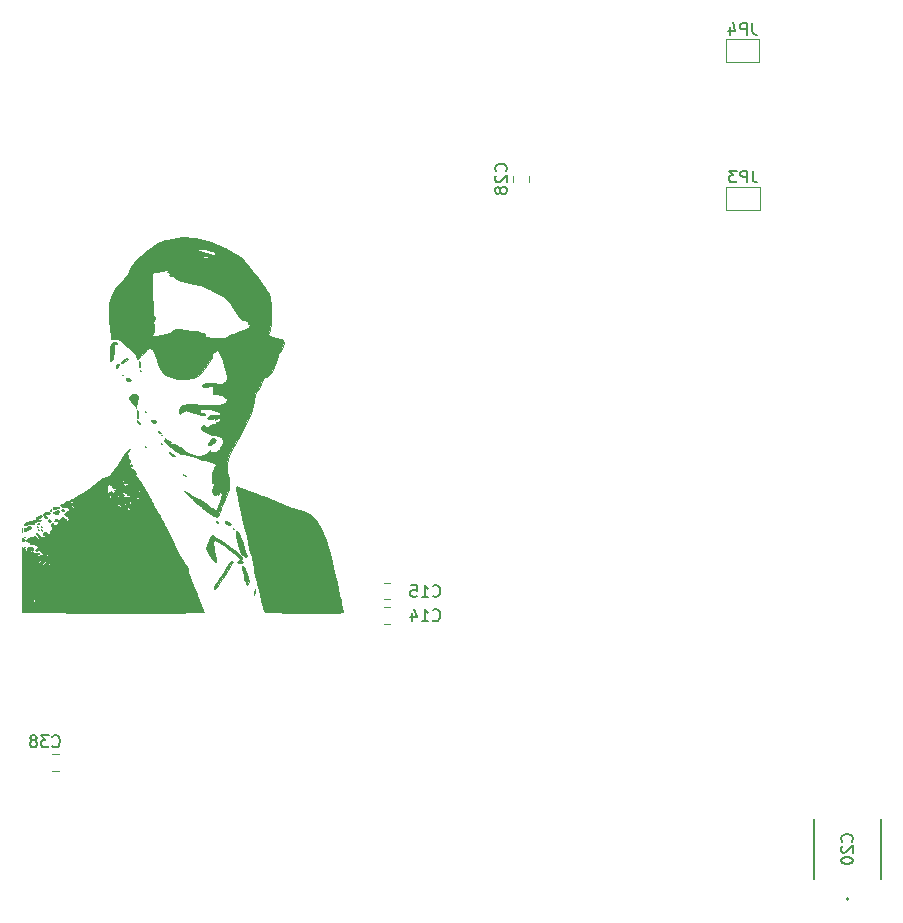
<source format=gbr>
G04 #@! TF.GenerationSoftware,KiCad,Pcbnew,(6.0.4)*
G04 #@! TF.CreationDate,2022-04-02T14:45:45-05:00*
G04 #@! TF.ProjectId,Dashboard,44617368-626f-4617-9264-2e6b69636164,rev?*
G04 #@! TF.SameCoordinates,Original*
G04 #@! TF.FileFunction,Legend,Bot*
G04 #@! TF.FilePolarity,Positive*
%FSLAX46Y46*%
G04 Gerber Fmt 4.6, Leading zero omitted, Abs format (unit mm)*
G04 Created by KiCad (PCBNEW (6.0.4)) date 2022-04-02 14:45:45*
%MOMM*%
%LPD*%
G01*
G04 APERTURE LIST*
%ADD10C,0.150000*%
%ADD11C,0.120000*%
%ADD12C,0.152400*%
%ADD13C,0.010000*%
G04 APERTURE END LIST*
D10*
X135792857Y-94857142D02*
X135840476Y-94904761D01*
X135983333Y-94952380D01*
X136078571Y-94952380D01*
X136221428Y-94904761D01*
X136316666Y-94809523D01*
X136364285Y-94714285D01*
X136411904Y-94523809D01*
X136411904Y-94380952D01*
X136364285Y-94190476D01*
X136316666Y-94095238D01*
X136221428Y-94000000D01*
X136078571Y-93952380D01*
X135983333Y-93952380D01*
X135840476Y-94000000D01*
X135792857Y-94047619D01*
X134840476Y-94952380D02*
X135411904Y-94952380D01*
X135126190Y-94952380D02*
X135126190Y-93952380D01*
X135221428Y-94095238D01*
X135316666Y-94190476D01*
X135411904Y-94238095D01*
X133935714Y-93952380D02*
X134411904Y-93952380D01*
X134459523Y-94428571D01*
X134411904Y-94380952D01*
X134316666Y-94333333D01*
X134078571Y-94333333D01*
X133983333Y-94380952D01*
X133935714Y-94428571D01*
X133888095Y-94523809D01*
X133888095Y-94761904D01*
X133935714Y-94857142D01*
X133983333Y-94904761D01*
X134078571Y-94952380D01*
X134316666Y-94952380D01*
X134411904Y-94904761D01*
X134459523Y-94857142D01*
X171257142Y-115657142D02*
X171304761Y-115609523D01*
X171352380Y-115466666D01*
X171352380Y-115371428D01*
X171304761Y-115228571D01*
X171209523Y-115133333D01*
X171114285Y-115085714D01*
X170923809Y-115038095D01*
X170780952Y-115038095D01*
X170590476Y-115085714D01*
X170495238Y-115133333D01*
X170400000Y-115228571D01*
X170352380Y-115371428D01*
X170352380Y-115466666D01*
X170400000Y-115609523D01*
X170447619Y-115657142D01*
X170447619Y-116038095D02*
X170400000Y-116085714D01*
X170352380Y-116180952D01*
X170352380Y-116419047D01*
X170400000Y-116514285D01*
X170447619Y-116561904D01*
X170542857Y-116609523D01*
X170638095Y-116609523D01*
X170780952Y-116561904D01*
X171352380Y-115990476D01*
X171352380Y-116609523D01*
X170352380Y-117228571D02*
X170352380Y-117323809D01*
X170400000Y-117419047D01*
X170447619Y-117466666D01*
X170542857Y-117514285D01*
X170733333Y-117561904D01*
X170971428Y-117561904D01*
X171161904Y-117514285D01*
X171257142Y-117466666D01*
X171304761Y-117419047D01*
X171352380Y-117323809D01*
X171352380Y-117228571D01*
X171304761Y-117133333D01*
X171257142Y-117085714D01*
X171161904Y-117038095D01*
X170971428Y-116990476D01*
X170733333Y-116990476D01*
X170542857Y-117038095D01*
X170447619Y-117085714D01*
X170400000Y-117133333D01*
X170352380Y-117228571D01*
X102497142Y-93852142D02*
X102544761Y-93804523D01*
X102592380Y-93661666D01*
X102592380Y-93566428D01*
X102544761Y-93423571D01*
X102449523Y-93328333D01*
X102354285Y-93280714D01*
X102163809Y-93233095D01*
X102020952Y-93233095D01*
X101830476Y-93280714D01*
X101735238Y-93328333D01*
X101640000Y-93423571D01*
X101592380Y-93566428D01*
X101592380Y-93661666D01*
X101640000Y-93804523D01*
X101687619Y-93852142D01*
X101925714Y-94709285D02*
X102592380Y-94709285D01*
X101544761Y-94471190D02*
X102259047Y-94233095D01*
X102259047Y-94852142D01*
X102592380Y-95756904D02*
X102592380Y-95185476D01*
X102592380Y-95471190D02*
X101592380Y-95471190D01*
X101735238Y-95375952D01*
X101830476Y-95280714D01*
X101878095Y-95185476D01*
X103582857Y-107577142D02*
X103630476Y-107624761D01*
X103773333Y-107672380D01*
X103868571Y-107672380D01*
X104011428Y-107624761D01*
X104106666Y-107529523D01*
X104154285Y-107434285D01*
X104201904Y-107243809D01*
X104201904Y-107100952D01*
X104154285Y-106910476D01*
X104106666Y-106815238D01*
X104011428Y-106720000D01*
X103868571Y-106672380D01*
X103773333Y-106672380D01*
X103630476Y-106720000D01*
X103582857Y-106767619D01*
X103249523Y-106672380D02*
X102630476Y-106672380D01*
X102963809Y-107053333D01*
X102820952Y-107053333D01*
X102725714Y-107100952D01*
X102678095Y-107148571D01*
X102630476Y-107243809D01*
X102630476Y-107481904D01*
X102678095Y-107577142D01*
X102725714Y-107624761D01*
X102820952Y-107672380D01*
X103106666Y-107672380D01*
X103201904Y-107624761D01*
X103249523Y-107577142D01*
X102059047Y-107100952D02*
X102154285Y-107053333D01*
X102201904Y-107005714D01*
X102249523Y-106910476D01*
X102249523Y-106862857D01*
X102201904Y-106767619D01*
X102154285Y-106720000D01*
X102059047Y-106672380D01*
X101868571Y-106672380D01*
X101773333Y-106720000D01*
X101725714Y-106767619D01*
X101678095Y-106862857D01*
X101678095Y-106910476D01*
X101725714Y-107005714D01*
X101773333Y-107053333D01*
X101868571Y-107100952D01*
X102059047Y-107100952D01*
X102154285Y-107148571D01*
X102201904Y-107196190D01*
X102249523Y-107291428D01*
X102249523Y-107481904D01*
X102201904Y-107577142D01*
X102154285Y-107624761D01*
X102059047Y-107672380D01*
X101868571Y-107672380D01*
X101773333Y-107624761D01*
X101725714Y-107577142D01*
X101678095Y-107481904D01*
X101678095Y-107291428D01*
X101725714Y-107196190D01*
X101773333Y-107148571D01*
X101868571Y-107100952D01*
X135792857Y-96907142D02*
X135840476Y-96954761D01*
X135983333Y-97002380D01*
X136078571Y-97002380D01*
X136221428Y-96954761D01*
X136316666Y-96859523D01*
X136364285Y-96764285D01*
X136411904Y-96573809D01*
X136411904Y-96430952D01*
X136364285Y-96240476D01*
X136316666Y-96145238D01*
X136221428Y-96050000D01*
X136078571Y-96002380D01*
X135983333Y-96002380D01*
X135840476Y-96050000D01*
X135792857Y-96097619D01*
X134840476Y-97002380D02*
X135411904Y-97002380D01*
X135126190Y-97002380D02*
X135126190Y-96002380D01*
X135221428Y-96145238D01*
X135316666Y-96240476D01*
X135411904Y-96288095D01*
X133983333Y-96335714D02*
X133983333Y-97002380D01*
X134221428Y-95954761D02*
X134459523Y-96669047D01*
X133840476Y-96669047D01*
X141957142Y-58907142D02*
X142004761Y-58859523D01*
X142052380Y-58716666D01*
X142052380Y-58621428D01*
X142004761Y-58478571D01*
X141909523Y-58383333D01*
X141814285Y-58335714D01*
X141623809Y-58288095D01*
X141480952Y-58288095D01*
X141290476Y-58335714D01*
X141195238Y-58383333D01*
X141100000Y-58478571D01*
X141052380Y-58621428D01*
X141052380Y-58716666D01*
X141100000Y-58859523D01*
X141147619Y-58907142D01*
X141147619Y-59288095D02*
X141100000Y-59335714D01*
X141052380Y-59430952D01*
X141052380Y-59669047D01*
X141100000Y-59764285D01*
X141147619Y-59811904D01*
X141242857Y-59859523D01*
X141338095Y-59859523D01*
X141480952Y-59811904D01*
X142052380Y-59240476D01*
X142052380Y-59859523D01*
X141480952Y-60430952D02*
X141433333Y-60335714D01*
X141385714Y-60288095D01*
X141290476Y-60240476D01*
X141242857Y-60240476D01*
X141147619Y-60288095D01*
X141100000Y-60335714D01*
X141052380Y-60430952D01*
X141052380Y-60621428D01*
X141100000Y-60716666D01*
X141147619Y-60764285D01*
X141242857Y-60811904D01*
X141290476Y-60811904D01*
X141385714Y-60764285D01*
X141433333Y-60716666D01*
X141480952Y-60621428D01*
X141480952Y-60430952D01*
X141528571Y-60335714D01*
X141576190Y-60288095D01*
X141671428Y-60240476D01*
X141861904Y-60240476D01*
X141957142Y-60288095D01*
X142004761Y-60335714D01*
X142052380Y-60430952D01*
X142052380Y-60621428D01*
X142004761Y-60716666D01*
X141957142Y-60764285D01*
X141861904Y-60811904D01*
X141671428Y-60811904D01*
X141576190Y-60764285D01*
X141528571Y-60716666D01*
X141480952Y-60621428D01*
X162883332Y-58852380D02*
X162883332Y-59566666D01*
X162930951Y-59709523D01*
X163026189Y-59804761D01*
X163169046Y-59852380D01*
X163264284Y-59852380D01*
X162407141Y-59852380D02*
X162407141Y-58852380D01*
X162026189Y-58852380D01*
X161930951Y-58900000D01*
X161883332Y-58947619D01*
X161835713Y-59042857D01*
X161835713Y-59185714D01*
X161883332Y-59280952D01*
X161930951Y-59328571D01*
X162026189Y-59376190D01*
X162407141Y-59376190D01*
X161502379Y-58852380D02*
X160883332Y-58852380D01*
X161216665Y-59233333D01*
X161073808Y-59233333D01*
X160978570Y-59280952D01*
X160930951Y-59328571D01*
X160883332Y-59423809D01*
X160883332Y-59661904D01*
X160930951Y-59757142D01*
X160978570Y-59804761D01*
X161073808Y-59852380D01*
X161359522Y-59852380D01*
X161454760Y-59804761D01*
X161502379Y-59757142D01*
X162833333Y-46352380D02*
X162833333Y-47066666D01*
X162880952Y-47209523D01*
X162976190Y-47304761D01*
X163119047Y-47352380D01*
X163214285Y-47352380D01*
X162357142Y-47352380D02*
X162357142Y-46352380D01*
X161976190Y-46352380D01*
X161880952Y-46400000D01*
X161833333Y-46447619D01*
X161785714Y-46542857D01*
X161785714Y-46685714D01*
X161833333Y-46780952D01*
X161880952Y-46828571D01*
X161976190Y-46876190D01*
X162357142Y-46876190D01*
X160928571Y-46685714D02*
X160928571Y-47352380D01*
X161166666Y-46304761D02*
X161404761Y-47019047D01*
X160785714Y-47019047D01*
D11*
X131641422Y-93740000D02*
X132158578Y-93740000D01*
X131641422Y-95160000D02*
X132158578Y-95160000D01*
D12*
X173732100Y-113762750D02*
X173732100Y-118837250D01*
X168067900Y-118837250D02*
X168067900Y-113762750D01*
X170976200Y-120541800D02*
G75*
G03*
X170976200Y-120541800I-76200J0D01*
G01*
G36*
X117161734Y-89732234D02*
G01*
X117343510Y-89837475D01*
X117610463Y-90006757D01*
X117930129Y-90218152D01*
X118270045Y-90449731D01*
X118597749Y-90679564D01*
X118880777Y-90885723D01*
X119086667Y-91046279D01*
X119213795Y-91156959D01*
X119444378Y-91390117D01*
X119588946Y-91585105D01*
X119632449Y-91718947D01*
X119559839Y-91768667D01*
X119446126Y-91723175D01*
X119305512Y-91583888D01*
X119211373Y-91482313D01*
X119001280Y-91296558D01*
X118717599Y-91065785D01*
X118394251Y-90815595D01*
X118065156Y-90571587D01*
X117764235Y-90359362D01*
X117525410Y-90204520D01*
X117382600Y-90132661D01*
X117349513Y-90125444D01*
X117247163Y-90155163D01*
X117211233Y-90316093D01*
X117208204Y-90379157D01*
X117232441Y-90903643D01*
X117355256Y-91461615D01*
X117393509Y-91610672D01*
X117429929Y-91835908D01*
X117420518Y-91962513D01*
X117389256Y-91981549D01*
X117278454Y-91921361D01*
X117123037Y-91749522D01*
X116944879Y-91492309D01*
X116765852Y-91176000D01*
X116571259Y-90795000D01*
X116801672Y-90244667D01*
X116811088Y-90222334D01*
X116933988Y-89957657D01*
X117039924Y-89773633D01*
X117106876Y-89708916D01*
X117161734Y-89732234D01*
G37*
D13*
X117161734Y-89732234D02*
X117343510Y-89837475D01*
X117610463Y-90006757D01*
X117930129Y-90218152D01*
X118270045Y-90449731D01*
X118597749Y-90679564D01*
X118880777Y-90885723D01*
X119086667Y-91046279D01*
X119213795Y-91156959D01*
X119444378Y-91390117D01*
X119588946Y-91585105D01*
X119632449Y-91718947D01*
X119559839Y-91768667D01*
X119446126Y-91723175D01*
X119305512Y-91583888D01*
X119211373Y-91482313D01*
X119001280Y-91296558D01*
X118717599Y-91065785D01*
X118394251Y-90815595D01*
X118065156Y-90571587D01*
X117764235Y-90359362D01*
X117525410Y-90204520D01*
X117382600Y-90132661D01*
X117349513Y-90125444D01*
X117247163Y-90155163D01*
X117211233Y-90316093D01*
X117208204Y-90379157D01*
X117232441Y-90903643D01*
X117355256Y-91461615D01*
X117393509Y-91610672D01*
X117429929Y-91835908D01*
X117420518Y-91962513D01*
X117389256Y-91981549D01*
X117278454Y-91921361D01*
X117123037Y-91749522D01*
X116944879Y-91492309D01*
X116765852Y-91176000D01*
X116571259Y-90795000D01*
X116801672Y-90244667D01*
X116811088Y-90222334D01*
X116933988Y-89957657D01*
X117039924Y-89773633D01*
X117106876Y-89708916D01*
X117161734Y-89732234D01*
G36*
X101743895Y-89006949D02*
G01*
X101764804Y-89090433D01*
X101662362Y-89195845D01*
X101449936Y-89293847D01*
X101427142Y-89301179D01*
X101244825Y-89360364D01*
X101158500Y-89389357D01*
X101146540Y-89365811D01*
X101137334Y-89236593D01*
X101137355Y-89231884D01*
X101177274Y-89119025D01*
X101319907Y-89122930D01*
X101439137Y-89136720D01*
X101441910Y-89072670D01*
X101445501Y-89003452D01*
X101595346Y-88974667D01*
X101743895Y-89006949D01*
G37*
X101743895Y-89006949D02*
X101764804Y-89090433D01*
X101662362Y-89195845D01*
X101449936Y-89293847D01*
X101427142Y-89301179D01*
X101244825Y-89360364D01*
X101158500Y-89389357D01*
X101146540Y-89365811D01*
X101137334Y-89236593D01*
X101137355Y-89231884D01*
X101177274Y-89119025D01*
X101319907Y-89122930D01*
X101439137Y-89136720D01*
X101441910Y-89072670D01*
X101445501Y-89003452D01*
X101595346Y-88974667D01*
X101743895Y-89006949D01*
G36*
X109243482Y-75271114D02*
G01*
X109138804Y-75427481D01*
X109124246Y-75443516D01*
X108994579Y-75571498D01*
X108938670Y-75568897D01*
X108926667Y-75437059D01*
X108948365Y-75343044D01*
X109065785Y-75223399D01*
X109215046Y-75197652D01*
X109243482Y-75271114D01*
G37*
X109243482Y-75271114D02*
X109138804Y-75427481D01*
X109124246Y-75443516D01*
X108994579Y-75571498D01*
X108938670Y-75568897D01*
X108926667Y-75437059D01*
X108948365Y-75343044D01*
X109065785Y-75223399D01*
X109215046Y-75197652D01*
X109243482Y-75271114D01*
G36*
X104128033Y-87360282D02*
G01*
X104130967Y-87363250D01*
X104174937Y-87427775D01*
X104079500Y-87404291D01*
X103994041Y-87387450D01*
X103931334Y-87441608D01*
X103899518Y-87496133D01*
X103762000Y-87535334D01*
X103663594Y-87519765D01*
X103592667Y-87452280D01*
X103650619Y-87372376D01*
X103808533Y-87316318D01*
X103992601Y-87308003D01*
X104128033Y-87360282D01*
G37*
X104128033Y-87360282D02*
X104130967Y-87363250D01*
X104174937Y-87427775D01*
X104079500Y-87404291D01*
X103994041Y-87387450D01*
X103931334Y-87441608D01*
X103899518Y-87496133D01*
X103762000Y-87535334D01*
X103663594Y-87519765D01*
X103592667Y-87452280D01*
X103650619Y-87372376D01*
X103808533Y-87316318D01*
X103992601Y-87308003D01*
X104128033Y-87360282D01*
G36*
X110789334Y-79280334D02*
G01*
X110836073Y-79493357D01*
X110863983Y-79682500D01*
X110856213Y-79761448D01*
X110789334Y-79830667D01*
X110761810Y-79807773D01*
X110724809Y-79662808D01*
X110714684Y-79428500D01*
X110718511Y-79297979D01*
X110729539Y-79148640D01*
X110750759Y-79147498D01*
X110789334Y-79280334D01*
G37*
X110789334Y-79280334D02*
X110836073Y-79493357D01*
X110863983Y-79682500D01*
X110856213Y-79761448D01*
X110789334Y-79830667D01*
X110761810Y-79807773D01*
X110724809Y-79662808D01*
X110714684Y-79428500D01*
X110718511Y-79297979D01*
X110729539Y-79148640D01*
X110750759Y-79147498D01*
X110789334Y-79280334D01*
G36*
X117371798Y-81550845D02*
G01*
X117428309Y-81640066D01*
X117386042Y-81740283D01*
X117223270Y-81892623D01*
X117185322Y-81924290D01*
X116989473Y-82069771D01*
X116865806Y-82110823D01*
X116774676Y-82062453D01*
X116765130Y-82045682D01*
X116787574Y-81919597D01*
X116879834Y-81743793D01*
X117005639Y-81577815D01*
X117128719Y-81481211D01*
X117216880Y-81474248D01*
X117371798Y-81550845D01*
G37*
X117371798Y-81550845D02*
X117428309Y-81640066D01*
X117386042Y-81740283D01*
X117223270Y-81892623D01*
X117185322Y-81924290D01*
X116989473Y-82069771D01*
X116865806Y-82110823D01*
X116774676Y-82062453D01*
X116765130Y-82045682D01*
X116787574Y-81919597D01*
X116879834Y-81743793D01*
X117005639Y-81577815D01*
X117128719Y-81481211D01*
X117216880Y-81474248D01*
X117371798Y-81550845D01*
G36*
X103355164Y-88399424D02*
G01*
X103423334Y-88516056D01*
X103374463Y-88608566D01*
X103273009Y-88594350D01*
X103188737Y-88482542D01*
X103190532Y-88431229D01*
X103289278Y-88382000D01*
X103355164Y-88399424D01*
G37*
X103355164Y-88399424D02*
X103423334Y-88516056D01*
X103374463Y-88608566D01*
X103273009Y-88594350D01*
X103188737Y-88482542D01*
X103190532Y-88431229D01*
X103289278Y-88382000D01*
X103355164Y-88399424D01*
G36*
X101278445Y-90696222D02*
G01*
X101291691Y-90721689D01*
X101222000Y-90752667D01*
X101177178Y-90746557D01*
X101165556Y-90696222D01*
X101177965Y-90686089D01*
X101278445Y-90696222D01*
G37*
X101278445Y-90696222D02*
X101291691Y-90721689D01*
X101222000Y-90752667D01*
X101177178Y-90746557D01*
X101165556Y-90696222D01*
X101177965Y-90686089D01*
X101278445Y-90696222D01*
G36*
X110529616Y-84684889D02*
G01*
X110577667Y-84706566D01*
X110582769Y-84707876D01*
X110745724Y-84798761D01*
X110784667Y-84923128D01*
X110683500Y-85031550D01*
X110659954Y-85056251D01*
X110762839Y-85047925D01*
X110769798Y-85046743D01*
X110859196Y-85054769D01*
X110953787Y-85122904D01*
X110986361Y-85164667D01*
X111071504Y-85273832D01*
X111090777Y-85304956D01*
X111134976Y-85376334D01*
X111187403Y-85461000D01*
X111230278Y-85530242D01*
X111239013Y-85545667D01*
X111382837Y-85799667D01*
X111448040Y-85914820D01*
X111489996Y-85990748D01*
X111645671Y-86272475D01*
X111657209Y-86293556D01*
X111727082Y-86421230D01*
X111794760Y-86544896D01*
X111817900Y-86587180D01*
X111887886Y-86716889D01*
X111944540Y-86821890D01*
X111989982Y-86909574D01*
X112007132Y-86942667D01*
X112068589Y-87059261D01*
X112074341Y-87069667D01*
X112133109Y-87175996D01*
X112167931Y-87239000D01*
X112196438Y-87290579D01*
X112212480Y-87319122D01*
X112275033Y-87430425D01*
X112314167Y-87500056D01*
X112371275Y-87601671D01*
X112502009Y-87831667D01*
X112574198Y-87958667D01*
X112646315Y-88085667D01*
X112678101Y-88141644D01*
X112788063Y-88339667D01*
X112841036Y-88435063D01*
X113001185Y-88734112D01*
X113027466Y-88785091D01*
X113056088Y-88840611D01*
X113170954Y-89063427D01*
X113295704Y-89313334D01*
X113359100Y-89440334D01*
X113362747Y-89447640D01*
X113588969Y-89911384D01*
X113769568Y-90287000D01*
X113837516Y-90428320D01*
X113862023Y-90479293D01*
X113965487Y-90696222D01*
X114153934Y-91091334D01*
X114194314Y-91176000D01*
X114314941Y-91411693D01*
X114346948Y-91474232D01*
X114433945Y-91623603D01*
X114509192Y-91752800D01*
X114617806Y-91907371D01*
X114639328Y-91938000D01*
X114757454Y-92083420D01*
X114786191Y-92118798D01*
X114835853Y-92192000D01*
X114954442Y-92366804D01*
X114964996Y-92389556D01*
X115028133Y-92525670D01*
X115041910Y-92555373D01*
X115041516Y-92558889D01*
X115031043Y-92652491D01*
X115023674Y-92667512D01*
X115036598Y-92761097D01*
X115092950Y-92946527D01*
X115108371Y-92989278D01*
X115196774Y-93234363D01*
X115222712Y-93301286D01*
X115317815Y-93546667D01*
X115352115Y-93635167D01*
X115367601Y-93673667D01*
X115563017Y-94159499D01*
X115798223Y-94732000D01*
X115833523Y-94817923D01*
X115857962Y-94876655D01*
X115996789Y-95210299D01*
X116097220Y-95451667D01*
X116167678Y-95621000D01*
X116255793Y-95846187D01*
X116330956Y-96064451D01*
X116350419Y-96129000D01*
X116388079Y-96253903D01*
X113271206Y-96276118D01*
X112770505Y-96279203D01*
X111835877Y-96283086D01*
X110808496Y-96285439D01*
X109736056Y-96286240D01*
X108666253Y-96285468D01*
X107646781Y-96283101D01*
X106725334Y-96279116D01*
X106637684Y-96278626D01*
X105834941Y-96274270D01*
X105040521Y-96270176D01*
X104281258Y-96266466D01*
X103583987Y-96263265D01*
X102975543Y-96260696D01*
X102482760Y-96258883D01*
X102132472Y-96257949D01*
X100968611Y-96256000D01*
X100968950Y-96129000D01*
X102661334Y-96129000D01*
X102703667Y-96171334D01*
X102746000Y-96129000D01*
X102703667Y-96086667D01*
X102661334Y-96129000D01*
X100968950Y-96129000D01*
X100970838Y-95421259D01*
X101924486Y-95421259D01*
X101929457Y-95490780D01*
X101935676Y-95487692D01*
X101970955Y-95451667D01*
X102153334Y-95451667D01*
X102195667Y-95494000D01*
X102238000Y-95451667D01*
X102195667Y-95409334D01*
X102153334Y-95451667D01*
X101970955Y-95451667D01*
X102012316Y-95409431D01*
X102107009Y-95289228D01*
X102153334Y-95210299D01*
X102145159Y-95193001D01*
X102047500Y-95132859D01*
X101975065Y-95148063D01*
X101929457Y-95293134D01*
X101924486Y-95421259D01*
X100970838Y-95421259D01*
X100972351Y-94854003D01*
X101984000Y-94854003D01*
X101985657Y-94896751D01*
X102025651Y-94982258D01*
X102107385Y-94907184D01*
X102118890Y-94876655D01*
X102070048Y-94775187D01*
X102025657Y-94766801D01*
X101984000Y-94854003D01*
X100972351Y-94854003D01*
X100972794Y-94687965D01*
X101748090Y-94687965D01*
X101758223Y-94788445D01*
X101783689Y-94801690D01*
X101814667Y-94732000D01*
X101808557Y-94687178D01*
X101758223Y-94675556D01*
X101748090Y-94687965D01*
X100972794Y-94687965D01*
X100975500Y-93673667D01*
X101306667Y-93673667D01*
X101349000Y-93716000D01*
X101391334Y-93673667D01*
X101349000Y-93631334D01*
X101306667Y-93673667D01*
X100975500Y-93673667D01*
X100976121Y-93440834D01*
X100976763Y-93279629D01*
X101065892Y-93279629D01*
X101068851Y-93434207D01*
X101081871Y-93495198D01*
X101111036Y-93540494D01*
X101128636Y-93502632D01*
X103356756Y-93502632D01*
X103366889Y-93603111D01*
X103392356Y-93616357D01*
X103423334Y-93546667D01*
X103417224Y-93501845D01*
X103366889Y-93490222D01*
X103356756Y-93502632D01*
X101128636Y-93502632D01*
X101162995Y-93428715D01*
X101191950Y-93301286D01*
X101165383Y-93207173D01*
X101087516Y-93229596D01*
X101065892Y-93279629D01*
X100976763Y-93279629D01*
X100977927Y-92987086D01*
X101065970Y-92987086D01*
X101086181Y-93100403D01*
X101115083Y-93099092D01*
X101130650Y-92989278D01*
X101117092Y-92906055D01*
X101079497Y-92938125D01*
X101065970Y-92987086D01*
X100977927Y-92987086D01*
X100978070Y-92951134D01*
X100980766Y-92577997D01*
X102830667Y-92577997D01*
X102832868Y-92586447D01*
X102915334Y-92615334D01*
X102938540Y-92611888D01*
X102958167Y-92584355D01*
X103438310Y-92584355D01*
X103508000Y-92615334D01*
X103552823Y-92609223D01*
X103564445Y-92558889D01*
X103552036Y-92548756D01*
X103451556Y-92558889D01*
X103438310Y-92584355D01*
X102958167Y-92584355D01*
X103000000Y-92525670D01*
X102993353Y-92495046D01*
X102915334Y-92488334D01*
X102889996Y-92505711D01*
X102830667Y-92577997D01*
X100980766Y-92577997D01*
X100981944Y-92415022D01*
X102506977Y-92415022D01*
X102576667Y-92446000D01*
X102621489Y-92439890D01*
X102633112Y-92389556D01*
X102620702Y-92379423D01*
X102520223Y-92389556D01*
X102506977Y-92415022D01*
X100981944Y-92415022D01*
X100982565Y-92329133D01*
X100984822Y-92133189D01*
X102270788Y-92133189D01*
X102296671Y-92180313D01*
X102296718Y-92180284D01*
X102680786Y-92180284D01*
X102700690Y-92269066D01*
X102803452Y-92228068D01*
X102830342Y-92201875D01*
X103084667Y-92201875D01*
X103086122Y-92217688D01*
X103156885Y-92274847D01*
X103276653Y-92251330D01*
X103365608Y-92159250D01*
X103365689Y-92147965D01*
X103695423Y-92147965D01*
X103705556Y-92248445D01*
X103731022Y-92261690D01*
X103762000Y-92192000D01*
X103755890Y-92147178D01*
X103705556Y-92135556D01*
X103695423Y-92147965D01*
X103365689Y-92147965D01*
X103366149Y-92083420D01*
X103247666Y-92084458D01*
X103154915Y-92122092D01*
X103084667Y-92201875D01*
X102830342Y-92201875D01*
X102972427Y-92063470D01*
X102994834Y-92037012D01*
X103076454Y-91907371D01*
X103057094Y-91856026D01*
X102950846Y-91886017D01*
X102779385Y-92012832D01*
X102682500Y-92171140D01*
X102680786Y-92180284D01*
X102296718Y-92180284D01*
X102419848Y-92103940D01*
X102631637Y-91908540D01*
X102690073Y-91851103D01*
X102820190Y-91731330D01*
X103254000Y-91731330D01*
X103254825Y-91743166D01*
X103303835Y-91761812D01*
X103389085Y-91670918D01*
X103409686Y-91623603D01*
X103351749Y-91633582D01*
X103314137Y-91659718D01*
X103254000Y-91731330D01*
X102820190Y-91731330D01*
X102902124Y-91655910D01*
X103074502Y-91514667D01*
X103100215Y-91496087D01*
X103194420Y-91411693D01*
X103170982Y-91339315D01*
X103019532Y-91224148D01*
X102788334Y-91060628D01*
X102938963Y-91233535D01*
X102940071Y-91234808D01*
X103017647Y-91337865D01*
X103018312Y-91422161D01*
X102922258Y-91527425D01*
X102709675Y-91693388D01*
X102668212Y-91726334D01*
X102554746Y-91816495D01*
X102374428Y-91979265D01*
X102286536Y-92086167D01*
X102270788Y-92133189D01*
X100984822Y-92133189D01*
X100988856Y-91783045D01*
X100989829Y-91726334D01*
X102238000Y-91726334D01*
X102280334Y-91768667D01*
X102322667Y-91726334D01*
X102280334Y-91684000D01*
X102238000Y-91726334D01*
X100989829Y-91726334D01*
X100994188Y-91472334D01*
X101984000Y-91472334D01*
X102026334Y-91514667D01*
X102068667Y-91472334D01*
X102026334Y-91430000D01*
X101984000Y-91472334D01*
X100994188Y-91472334D01*
X100996604Y-91331553D01*
X101005470Y-90993343D01*
X101015117Y-90787097D01*
X101025205Y-90731500D01*
X101049071Y-90770986D01*
X101181861Y-90837334D01*
X101247264Y-90868216D01*
X101262882Y-91014204D01*
X101255224Y-91057524D01*
X101263464Y-91141008D01*
X101353528Y-91087576D01*
X101415974Y-91012650D01*
X101455952Y-90850275D01*
X101461768Y-90780900D01*
X101562305Y-90689789D01*
X101660900Y-90690722D01*
X101824318Y-90762247D01*
X101937944Y-90881126D01*
X101945046Y-91001200D01*
X101891682Y-91056242D01*
X101788178Y-91014044D01*
X101733895Y-90967860D01*
X101612883Y-90925767D01*
X101560667Y-90996792D01*
X101603673Y-91057985D01*
X101751167Y-91133569D01*
X101881168Y-91176145D01*
X102005167Y-91217527D01*
X102107274Y-91236428D01*
X102301500Y-91256034D01*
X102407116Y-91265711D01*
X102463163Y-91289750D01*
X102371191Y-91336479D01*
X102306775Y-91362720D01*
X102256479Y-91407717D01*
X102360756Y-91458989D01*
X102433000Y-91472334D01*
X102458238Y-91476996D01*
X102616355Y-91432195D01*
X102673536Y-91399239D01*
X102788531Y-91409568D01*
X102822011Y-91422346D01*
X102787395Y-91344184D01*
X102702714Y-91212244D01*
X102593271Y-91070466D01*
X102534715Y-91023825D01*
X108944078Y-91023825D01*
X108955261Y-91197167D01*
X108984660Y-91211529D01*
X108997965Y-91091334D01*
X108986163Y-90974864D01*
X108955261Y-90985500D01*
X108952168Y-90996097D01*
X108944078Y-91023825D01*
X102534715Y-91023825D01*
X102476775Y-90977675D01*
X102355858Y-91014255D01*
X102289109Y-91051766D01*
X102150824Y-91047449D01*
X102120395Y-90982789D01*
X102228959Y-90868004D01*
X102278120Y-90833570D01*
X102583951Y-90833570D01*
X102650828Y-90944578D01*
X102661979Y-90955517D01*
X102724001Y-90996097D01*
X102698224Y-90897182D01*
X102656000Y-90818168D01*
X102593019Y-90792760D01*
X102583951Y-90833570D01*
X102278120Y-90833570D01*
X102401687Y-90747020D01*
X102376356Y-90721689D01*
X111396977Y-90721689D01*
X111466667Y-90752667D01*
X111511489Y-90746557D01*
X111523112Y-90696222D01*
X111510702Y-90686089D01*
X111410223Y-90696222D01*
X111396977Y-90721689D01*
X102376356Y-90721689D01*
X102227840Y-90573173D01*
X102060666Y-90457205D01*
X101828497Y-90451568D01*
X101816335Y-90454343D01*
X101689110Y-90470380D01*
X101715663Y-90428521D01*
X101740603Y-90408793D01*
X101732370Y-90350923D01*
X101567496Y-90301066D01*
X101557152Y-90298944D01*
X101379893Y-90242507D01*
X101306667Y-90180372D01*
X101308319Y-90174619D01*
X102329988Y-90174619D01*
X102338837Y-90241155D01*
X102457504Y-90354453D01*
X102466614Y-90361174D01*
X102604445Y-90439959D01*
X102661334Y-90428320D01*
X102661331Y-90427684D01*
X102597185Y-90305087D01*
X102573889Y-90287000D01*
X103592667Y-90287000D01*
X103635000Y-90329334D01*
X103677334Y-90287000D01*
X103635000Y-90244667D01*
X103592667Y-90287000D01*
X102573889Y-90287000D01*
X102460749Y-90199157D01*
X102333350Y-90173162D01*
X102329988Y-90174619D01*
X101308319Y-90174619D01*
X101313948Y-90155012D01*
X101419264Y-90051692D01*
X101450309Y-90033000D01*
X101984000Y-90033000D01*
X102026334Y-90075334D01*
X102068667Y-90033000D01*
X102026334Y-89990667D01*
X101984000Y-90033000D01*
X101450309Y-90033000D01*
X101597229Y-89944539D01*
X101779944Y-89869813D01*
X101899508Y-89863774D01*
X101934663Y-89875976D01*
X101984000Y-89811572D01*
X101986454Y-89797923D01*
X102057093Y-89801269D01*
X102195333Y-89905687D01*
X102219726Y-89927886D01*
X102369635Y-90033000D01*
X102371401Y-90034239D01*
X102463778Y-90047111D01*
X102468986Y-90039252D01*
X102440167Y-89934349D01*
X102322354Y-89778666D01*
X102293299Y-89746496D01*
X102207109Y-89618999D01*
X102224071Y-89567334D01*
X102324854Y-89608627D01*
X102469312Y-89736667D01*
X102597913Y-89845489D01*
X102764817Y-89906000D01*
X102851382Y-89890552D01*
X102913248Y-89803556D01*
X102829286Y-89693480D01*
X102802567Y-89670223D01*
X102791950Y-89561483D01*
X102801336Y-89548359D01*
X102939057Y-89485808D01*
X103110838Y-89509528D01*
X103223196Y-89609181D01*
X103248355Y-89657595D01*
X103330059Y-89694265D01*
X103394100Y-89618563D01*
X103394949Y-89467932D01*
X103393435Y-89440334D01*
X103931334Y-89440334D01*
X103973667Y-89482667D01*
X104016000Y-89440334D01*
X103973667Y-89398000D01*
X103931334Y-89440334D01*
X103393435Y-89440334D01*
X103389389Y-89366601D01*
X103429568Y-89313334D01*
X103677334Y-89313334D01*
X103680779Y-89336540D01*
X103766997Y-89398000D01*
X103797621Y-89391352D01*
X103804334Y-89313334D01*
X103786956Y-89287996D01*
X103714670Y-89228667D01*
X103706221Y-89230868D01*
X103677334Y-89313334D01*
X103429568Y-89313334D01*
X103472239Y-89256763D01*
X103561377Y-89186377D01*
X103583627Y-89051962D01*
X103486834Y-88949972D01*
X103427233Y-88897779D01*
X103497417Y-88794750D01*
X103594798Y-88724951D01*
X103652639Y-88784167D01*
X103678151Y-88826405D01*
X103811389Y-88890000D01*
X103863670Y-88879407D01*
X103932630Y-88784167D01*
X103949783Y-88735114D01*
X104025284Y-88805334D01*
X104042274Y-88828653D01*
X104091149Y-88877708D01*
X104081440Y-88838419D01*
X108939970Y-88838419D01*
X108960181Y-88951736D01*
X108989083Y-88950425D01*
X109004650Y-88840611D01*
X108991092Y-88757388D01*
X108953497Y-88789459D01*
X108939970Y-88838419D01*
X104081440Y-88838419D01*
X104066321Y-88777242D01*
X104059692Y-88754181D01*
X110304264Y-88754181D01*
X110305575Y-88783083D01*
X110415389Y-88798649D01*
X110498612Y-88785091D01*
X110466542Y-88747497D01*
X110417581Y-88733969D01*
X110304264Y-88754181D01*
X104059692Y-88754181D01*
X104039875Y-88685246D01*
X104016000Y-88552335D01*
X103975394Y-88519195D01*
X103833296Y-88530298D01*
X103720978Y-88556281D01*
X103704059Y-88530407D01*
X103812129Y-88414115D01*
X103834390Y-88391987D01*
X103949665Y-88310540D01*
X104001973Y-88363243D01*
X104018417Y-88399880D01*
X104125670Y-88450347D01*
X104251659Y-88412712D01*
X104312334Y-88303230D01*
X104321100Y-88253105D01*
X104418167Y-88149167D01*
X104475091Y-88152809D01*
X104524000Y-88257003D01*
X104542576Y-88335059D01*
X104646689Y-88353037D01*
X104718540Y-88342736D01*
X104722297Y-88428645D01*
X104714916Y-88498772D01*
X104811275Y-88551334D01*
X104901030Y-88512661D01*
X104947334Y-88339667D01*
X111466667Y-88339667D01*
X111509000Y-88382000D01*
X111551334Y-88339667D01*
X111509000Y-88297334D01*
X111466667Y-88339667D01*
X104947334Y-88339667D01*
X104925418Y-88200434D01*
X104859094Y-88128000D01*
X104801083Y-88114460D01*
X104755933Y-88085667D01*
X109350000Y-88085667D01*
X109392334Y-88128000D01*
X109434667Y-88085667D01*
X111466667Y-88085667D01*
X111509000Y-88128000D01*
X111551334Y-88085667D01*
X111509000Y-88043334D01*
X111466667Y-88085667D01*
X109434667Y-88085667D01*
X109392334Y-88043334D01*
X109350000Y-88085667D01*
X104755933Y-88085667D01*
X104660137Y-88024576D01*
X104592540Y-87925816D01*
X104646844Y-87831667D01*
X111382000Y-87831667D01*
X111424334Y-87874000D01*
X111466667Y-87831667D01*
X111424334Y-87789334D01*
X111382000Y-87831667D01*
X104646844Y-87831667D01*
X104657663Y-87812909D01*
X104725981Y-87760998D01*
X104898953Y-87704667D01*
X104976392Y-87675360D01*
X105032000Y-87535334D01*
X105005206Y-87466542D01*
X109877403Y-87466542D01*
X109961097Y-87577989D01*
X110062647Y-87592774D01*
X110112000Y-87500056D01*
X110094577Y-87434170D01*
X110050374Y-87408334D01*
X110789334Y-87408334D01*
X110831667Y-87450667D01*
X110874000Y-87408334D01*
X110865180Y-87399514D01*
X111150931Y-87399514D01*
X111151332Y-87408334D01*
X111152242Y-87428416D01*
X111262056Y-87443983D01*
X111345279Y-87430425D01*
X111313209Y-87392830D01*
X111264248Y-87379303D01*
X111150931Y-87399514D01*
X110865180Y-87399514D01*
X110831667Y-87366000D01*
X110789334Y-87408334D01*
X110050374Y-87408334D01*
X109977945Y-87366000D01*
X109914252Y-87380175D01*
X109902237Y-87408334D01*
X109877403Y-87466542D01*
X105005206Y-87466542D01*
X104983263Y-87410205D01*
X104977891Y-87408334D01*
X105455334Y-87408334D01*
X105497667Y-87450667D01*
X105540000Y-87408334D01*
X105497667Y-87366000D01*
X105455334Y-87408334D01*
X104977891Y-87408334D01*
X104818455Y-87352808D01*
X104515795Y-87359377D01*
X104425246Y-87345474D01*
X104272595Y-87242126D01*
X104237334Y-87194443D01*
X105032000Y-87194443D01*
X105069887Y-87247119D01*
X105201334Y-87346351D01*
X105258949Y-87380607D01*
X105350299Y-87401579D01*
X105370667Y-87300194D01*
X105360280Y-87264400D01*
X108588000Y-87264400D01*
X108589909Y-87300194D01*
X108593541Y-87368312D01*
X108615453Y-87408334D01*
X108635811Y-87445521D01*
X108671650Y-87408334D01*
X109180667Y-87408334D01*
X109223000Y-87450667D01*
X109265334Y-87408334D01*
X109223000Y-87366000D01*
X109180667Y-87408334D01*
X108671650Y-87408334D01*
X108719560Y-87358623D01*
X108735139Y-87304881D01*
X108682223Y-87172356D01*
X108680258Y-87170405D01*
X108678272Y-87169604D01*
X109035239Y-87169604D01*
X109124176Y-87236225D01*
X109195440Y-87258913D01*
X109341193Y-87304881D01*
X109392334Y-87321010D01*
X109423879Y-87329648D01*
X109512563Y-87319122D01*
X109481646Y-87239965D01*
X109480453Y-87239000D01*
X111128000Y-87239000D01*
X111170334Y-87281334D01*
X111212667Y-87239000D01*
X111170334Y-87196667D01*
X111128000Y-87239000D01*
X109480453Y-87239000D01*
X109340018Y-87125415D01*
X109203943Y-87064456D01*
X109071861Y-87102273D01*
X109035239Y-87169604D01*
X108678272Y-87169604D01*
X108608743Y-87141567D01*
X108588000Y-87264400D01*
X105360280Y-87264400D01*
X105344126Y-87208734D01*
X105201334Y-87148286D01*
X105103190Y-87156887D01*
X105032000Y-87194443D01*
X104237334Y-87194443D01*
X104230059Y-87184605D01*
X104239463Y-87125477D01*
X104391630Y-87112000D01*
X104535279Y-87090220D01*
X104541066Y-87081022D01*
X106062977Y-87081022D01*
X106132667Y-87112000D01*
X106177489Y-87105890D01*
X106189112Y-87055556D01*
X106176702Y-87045423D01*
X106076223Y-87055556D01*
X106062977Y-87081022D01*
X104541066Y-87081022D01*
X104564856Y-87043209D01*
X109623403Y-87043209D01*
X109629070Y-87055556D01*
X109637389Y-87073686D01*
X109757516Y-87177283D01*
X109808963Y-87175996D01*
X109806666Y-87076742D01*
X109793427Y-87047637D01*
X109734182Y-86985000D01*
X110027334Y-86985000D01*
X110030173Y-87021365D01*
X110100966Y-87109487D01*
X110192465Y-87069667D01*
X110704667Y-87069667D01*
X110747000Y-87112000D01*
X110789334Y-87069667D01*
X110747000Y-87027334D01*
X110704667Y-87069667D01*
X110192465Y-87069667D01*
X110224889Y-87055556D01*
X110249923Y-87026668D01*
X110270943Y-86909574D01*
X110154334Y-86858000D01*
X110095107Y-86872752D01*
X110027334Y-86985000D01*
X109734182Y-86985000D01*
X109708534Y-86957883D01*
X109631272Y-86952640D01*
X109628460Y-86985000D01*
X109623403Y-87043209D01*
X104564856Y-87043209D01*
X104570551Y-87034157D01*
X104567939Y-87013825D01*
X104597203Y-86986288D01*
X105066369Y-86986288D01*
X105154004Y-87027334D01*
X105217085Y-87016971D01*
X105246737Y-86985000D01*
X108503334Y-86985000D01*
X108545667Y-87027334D01*
X108588000Y-86985000D01*
X108545667Y-86942667D01*
X108503334Y-86985000D01*
X105246737Y-86985000D01*
X105286000Y-86942667D01*
X105283720Y-86922579D01*
X105206331Y-86858000D01*
X105182577Y-86861230D01*
X105074334Y-86942667D01*
X105066369Y-86986288D01*
X104597203Y-86986288D01*
X104652319Y-86934424D01*
X104840721Y-86851941D01*
X104992371Y-86791412D01*
X105256739Y-86657689D01*
X108941644Y-86657689D01*
X109011334Y-86688667D01*
X109056156Y-86682557D01*
X109064520Y-86646334D01*
X109350000Y-86646334D01*
X109392334Y-86688667D01*
X109646334Y-86688667D01*
X109663636Y-86711548D01*
X109783327Y-86773334D01*
X109811797Y-86766810D01*
X109815667Y-86688667D01*
X109798365Y-86665786D01*
X109678674Y-86604000D01*
X109650204Y-86610523D01*
X109648430Y-86646334D01*
X109646334Y-86688667D01*
X109392334Y-86688667D01*
X109434667Y-86646334D01*
X109392334Y-86604000D01*
X109350000Y-86646334D01*
X109064520Y-86646334D01*
X109067778Y-86632222D01*
X109055369Y-86622089D01*
X108954889Y-86632222D01*
X108941644Y-86657689D01*
X105256739Y-86657689D01*
X105288019Y-86641867D01*
X105420303Y-86561667D01*
X105794000Y-86561667D01*
X105836334Y-86604000D01*
X105878667Y-86561667D01*
X105836334Y-86519334D01*
X105794000Y-86561667D01*
X105420303Y-86561667D01*
X105581204Y-86464118D01*
X105604988Y-86448778D01*
X108376334Y-86448778D01*
X108386148Y-86492046D01*
X108463680Y-86561667D01*
X108490253Y-86585529D01*
X108553986Y-86586120D01*
X108556627Y-86573022D01*
X110380977Y-86573022D01*
X110450667Y-86604000D01*
X110495489Y-86597890D01*
X110505917Y-86552733D01*
X110651603Y-86552733D01*
X110704667Y-86646334D01*
X110746349Y-86688667D01*
X110799398Y-86742545D01*
X110860811Y-86770086D01*
X110851588Y-86742355D01*
X111142977Y-86742355D01*
X111212667Y-86773334D01*
X111257489Y-86767223D01*
X111269112Y-86716889D01*
X111256702Y-86706756D01*
X111156223Y-86716889D01*
X111142977Y-86742355D01*
X110851588Y-86742355D01*
X110836136Y-86695898D01*
X110825945Y-86658824D01*
X110894640Y-86575582D01*
X110913477Y-86544896D01*
X110800134Y-86526018D01*
X110734386Y-86525355D01*
X110667256Y-86547556D01*
X110651603Y-86552733D01*
X110505917Y-86552733D01*
X110507112Y-86547556D01*
X110494702Y-86537423D01*
X110394223Y-86547556D01*
X110380977Y-86573022D01*
X108556627Y-86573022D01*
X108574920Y-86482279D01*
X108522807Y-86390632D01*
X108775423Y-86390632D01*
X108784666Y-86482279D01*
X108785556Y-86491111D01*
X108811022Y-86504357D01*
X108842000Y-86434667D01*
X108835890Y-86389845D01*
X108785556Y-86378222D01*
X108775423Y-86390632D01*
X108522807Y-86390632D01*
X108511854Y-86371370D01*
X108421853Y-86353504D01*
X108406023Y-86386636D01*
X108376334Y-86448778D01*
X105604988Y-86448778D01*
X105752407Y-86353698D01*
X107104049Y-86353698D01*
X107110292Y-86403408D01*
X107228337Y-86434667D01*
X107344420Y-86426754D01*
X107393694Y-86386636D01*
X107293027Y-86328834D01*
X109012630Y-86328834D01*
X109028481Y-86434667D01*
X109030421Y-86447625D01*
X109096000Y-86519334D01*
X109124354Y-86516714D01*
X109174783Y-86440541D01*
X109096000Y-86265334D01*
X109075800Y-86235535D01*
X109025998Y-86205119D01*
X109024065Y-86223000D01*
X109012630Y-86328834D01*
X107293027Y-86328834D01*
X107278379Y-86320423D01*
X107214191Y-86307573D01*
X107104049Y-86353698D01*
X105752407Y-86353698D01*
X105775507Y-86338799D01*
X105972227Y-86224674D01*
X105976216Y-86223000D01*
X106725334Y-86223000D01*
X106767667Y-86265334D01*
X106810000Y-86223000D01*
X106767667Y-86180667D01*
X106725334Y-86223000D01*
X105976216Y-86223000D01*
X106077083Y-86180667D01*
X106082886Y-86179815D01*
X106193694Y-86119403D01*
X106393197Y-85983333D01*
X106470292Y-85926667D01*
X106852334Y-85926667D01*
X106869636Y-85949548D01*
X106989327Y-86011334D01*
X107017797Y-86004810D01*
X107020943Y-85941283D01*
X108205267Y-85941283D01*
X108237328Y-86105136D01*
X108323146Y-86163975D01*
X108424608Y-86086388D01*
X108497348Y-86015623D01*
X108601408Y-86075541D01*
X108605445Y-86079533D01*
X108727544Y-86164419D01*
X108809701Y-86171705D01*
X108805610Y-86140841D01*
X109458130Y-86140841D01*
X109556683Y-86225693D01*
X109640966Y-86309518D01*
X109620183Y-86350000D01*
X109585827Y-86354728D01*
X109519334Y-86428648D01*
X109521969Y-86438993D01*
X109525458Y-86440541D01*
X109619886Y-86482446D01*
X109815288Y-86492148D01*
X109853354Y-86489660D01*
X110036788Y-86458804D01*
X110111621Y-86411887D01*
X110173800Y-86382623D01*
X110336295Y-86403068D01*
X110378021Y-86412975D01*
X110502547Y-86421230D01*
X110495933Y-86354745D01*
X110434252Y-86319022D01*
X110804310Y-86319022D01*
X110874000Y-86350000D01*
X110918823Y-86343890D01*
X110930445Y-86293556D01*
X110918036Y-86283423D01*
X110817556Y-86293556D01*
X110804310Y-86319022D01*
X110434252Y-86319022D01*
X110389140Y-86292895D01*
X110133290Y-86306029D01*
X109970997Y-86330411D01*
X109878529Y-86312635D01*
X109886329Y-86228965D01*
X109898922Y-86179651D01*
X109867378Y-86138334D01*
X110112000Y-86138334D01*
X110154334Y-86180667D01*
X110181434Y-86153567D01*
X110239000Y-86153567D01*
X110535334Y-86163897D01*
X110697727Y-86150673D01*
X110885565Y-86085539D01*
X110995138Y-85990748D01*
X110981800Y-85893355D01*
X110959206Y-85873454D01*
X110842509Y-85851251D01*
X110833532Y-85870222D01*
X110793472Y-85954889D01*
X110789334Y-85963636D01*
X110716880Y-86059973D01*
X110514167Y-86119419D01*
X110361748Y-86138334D01*
X110239000Y-86153567D01*
X110181434Y-86153567D01*
X110196667Y-86138334D01*
X110154334Y-86096000D01*
X110112000Y-86138334D01*
X109867378Y-86138334D01*
X109849185Y-86114504D01*
X109664843Y-86098693D01*
X109488307Y-86106482D01*
X109458130Y-86140841D01*
X108805610Y-86140841D01*
X108799667Y-86096000D01*
X108797321Y-86046709D01*
X108900504Y-86005383D01*
X108955268Y-86002388D01*
X108996553Y-85982586D01*
X108959214Y-85963980D01*
X109427108Y-85963980D01*
X109472083Y-85983167D01*
X109646334Y-85989982D01*
X109738674Y-85987786D01*
X109792573Y-85980355D01*
X110126977Y-85980355D01*
X110196667Y-86011334D01*
X110241489Y-86005223D01*
X110253112Y-85954889D01*
X110240702Y-85944756D01*
X110140223Y-85954889D01*
X110130409Y-85973756D01*
X110126977Y-85980355D01*
X109792573Y-85980355D01*
X109840438Y-85973756D01*
X109793513Y-85951452D01*
X109658168Y-85937390D01*
X109454847Y-85953161D01*
X109427108Y-85963980D01*
X108959214Y-85963980D01*
X108884334Y-85926667D01*
X108825445Y-85895689D01*
X110380977Y-85895689D01*
X110450667Y-85926667D01*
X110495489Y-85920557D01*
X110507112Y-85870222D01*
X110494702Y-85860089D01*
X110394223Y-85870222D01*
X110380977Y-85895689D01*
X108825445Y-85895689D01*
X108805102Y-85884988D01*
X108831803Y-85856168D01*
X109011334Y-85842000D01*
X109158833Y-85832252D01*
X109220170Y-85808204D01*
X109188678Y-85790847D01*
X109880931Y-85790847D01*
X109881719Y-85808204D01*
X109882242Y-85819749D01*
X109992056Y-85835316D01*
X110075279Y-85821758D01*
X110056435Y-85799667D01*
X111043334Y-85799667D01*
X111085667Y-85842000D01*
X111128000Y-85799667D01*
X111085667Y-85757334D01*
X111043334Y-85799667D01*
X110056435Y-85799667D01*
X110043209Y-85784163D01*
X109994248Y-85770636D01*
X109880931Y-85790847D01*
X109188678Y-85790847D01*
X109138334Y-85763099D01*
X109024367Y-85731283D01*
X108873361Y-85731864D01*
X108867461Y-85733589D01*
X108750520Y-85689844D01*
X108620740Y-85563971D01*
X109138334Y-85563971D01*
X109477000Y-85568930D01*
X109714321Y-85545667D01*
X110027334Y-85545667D01*
X110069667Y-85588000D01*
X110112000Y-85545667D01*
X110069667Y-85503334D01*
X110027334Y-85545667D01*
X109714321Y-85545667D01*
X109728858Y-85544242D01*
X109879566Y-85461000D01*
X110704667Y-85461000D01*
X110747000Y-85503334D01*
X110789334Y-85461000D01*
X110747000Y-85418667D01*
X110704667Y-85461000D01*
X109879566Y-85461000D01*
X109957480Y-85417965D01*
X109984777Y-85387658D01*
X109992660Y-85376334D01*
X110450667Y-85376334D01*
X110493000Y-85418667D01*
X110535334Y-85376334D01*
X110493000Y-85334000D01*
X110450667Y-85376334D01*
X109992660Y-85376334D01*
X110042347Y-85304956D01*
X109985549Y-85284647D01*
X109788146Y-85310005D01*
X109649763Y-85333282D01*
X109474161Y-85376575D01*
X109460063Y-85409856D01*
X109611056Y-85430681D01*
X109667644Y-85437774D01*
X109651722Y-85463816D01*
X109477000Y-85503334D01*
X109138334Y-85563971D01*
X108620740Y-85563971D01*
X108607175Y-85550814D01*
X108565455Y-85500116D01*
X108400279Y-85357854D01*
X108287513Y-85365712D01*
X108258117Y-85461000D01*
X108238528Y-85524500D01*
X108231382Y-85630334D01*
X108229642Y-85656117D01*
X108207655Y-85907586D01*
X108206302Y-85926667D01*
X108205267Y-85941283D01*
X107020943Y-85941283D01*
X107021667Y-85926667D01*
X107004365Y-85903786D01*
X106884674Y-85842000D01*
X106856204Y-85848523D01*
X106852334Y-85926667D01*
X106470292Y-85926667D01*
X106643557Y-85799314D01*
X106861445Y-85630334D01*
X107148667Y-85630334D01*
X107191000Y-85672667D01*
X107233334Y-85630334D01*
X107191000Y-85588000D01*
X107148667Y-85630334D01*
X106861445Y-85630334D01*
X106906936Y-85595054D01*
X107069442Y-85461000D01*
X107402667Y-85461000D01*
X107445000Y-85503334D01*
X107487334Y-85461000D01*
X107445000Y-85418667D01*
X107402667Y-85461000D01*
X107069442Y-85461000D01*
X107145495Y-85398262D01*
X107446761Y-85164667D01*
X109434667Y-85164667D01*
X109468726Y-85214790D01*
X109608997Y-85249334D01*
X109705077Y-85231307D01*
X109731000Y-85164667D01*
X109700819Y-85131600D01*
X109556670Y-85080000D01*
X109502882Y-85088728D01*
X109434667Y-85164667D01*
X107446761Y-85164667D01*
X107514328Y-85112277D01*
X107864003Y-84899040D01*
X108148110Y-84787303D01*
X108189864Y-84775515D01*
X108322714Y-84699000D01*
X109434667Y-84699000D01*
X109477000Y-84741334D01*
X109507979Y-84710355D01*
X109788310Y-84710355D01*
X109858000Y-84741334D01*
X109902823Y-84735223D01*
X109914445Y-84684889D01*
X109902036Y-84674756D01*
X109801556Y-84684889D01*
X109794216Y-84699000D01*
X109788310Y-84710355D01*
X109507979Y-84710355D01*
X109519334Y-84699000D01*
X109477000Y-84656667D01*
X109434667Y-84699000D01*
X108322714Y-84699000D01*
X108362801Y-84675912D01*
X108426048Y-84614334D01*
X109096000Y-84614334D01*
X109138334Y-84656667D01*
X109180667Y-84614334D01*
X109138334Y-84572000D01*
X109096000Y-84614334D01*
X108426048Y-84614334D01*
X108513010Y-84529667D01*
X109350000Y-84529667D01*
X109392334Y-84572000D01*
X109434667Y-84529667D01*
X109392334Y-84487334D01*
X109350000Y-84529667D01*
X108513010Y-84529667D01*
X108564494Y-84479541D01*
X108806189Y-84172486D01*
X109099133Y-83740830D01*
X109454573Y-83170657D01*
X109611413Y-82926011D01*
X109800142Y-82666847D01*
X109959939Y-82483783D01*
X110070621Y-82399371D01*
X110112000Y-82436164D01*
X110086532Y-82515567D01*
X109979602Y-82660303D01*
X109912856Y-82757473D01*
X109913989Y-82899184D01*
X109943865Y-82973590D01*
X109954831Y-83163088D01*
X109955407Y-83246138D01*
X110010818Y-83269874D01*
X110068186Y-83272295D01*
X110135720Y-83383560D01*
X110143398Y-83484603D01*
X110086283Y-83578684D01*
X110057612Y-83613170D01*
X110064187Y-83750115D01*
X110123831Y-83928272D01*
X110211822Y-84082753D01*
X110303438Y-84148667D01*
X110317714Y-84149997D01*
X110444858Y-84233545D01*
X110563257Y-84394973D01*
X110617308Y-84561200D01*
X110617401Y-84566270D01*
X110593340Y-84633682D01*
X110493000Y-84572000D01*
X110410541Y-84518799D01*
X110398797Y-84529667D01*
X110366000Y-84560020D01*
X110404397Y-84614334D01*
X110418996Y-84634986D01*
X110529616Y-84684889D01*
G37*
X110529616Y-84684889D02*
X110577667Y-84706566D01*
X110582769Y-84707876D01*
X110745724Y-84798761D01*
X110784667Y-84923128D01*
X110683500Y-85031550D01*
X110659954Y-85056251D01*
X110762839Y-85047925D01*
X110769798Y-85046743D01*
X110859196Y-85054769D01*
X110953787Y-85122904D01*
X110986361Y-85164667D01*
X111071504Y-85273832D01*
X111090777Y-85304956D01*
X111134976Y-85376334D01*
X111187403Y-85461000D01*
X111230278Y-85530242D01*
X111239013Y-85545667D01*
X111382837Y-85799667D01*
X111448040Y-85914820D01*
X111489996Y-85990748D01*
X111645671Y-86272475D01*
X111657209Y-86293556D01*
X111727082Y-86421230D01*
X111794760Y-86544896D01*
X111817900Y-86587180D01*
X111887886Y-86716889D01*
X111944540Y-86821890D01*
X111989982Y-86909574D01*
X112007132Y-86942667D01*
X112068589Y-87059261D01*
X112074341Y-87069667D01*
X112133109Y-87175996D01*
X112167931Y-87239000D01*
X112196438Y-87290579D01*
X112212480Y-87319122D01*
X112275033Y-87430425D01*
X112314167Y-87500056D01*
X112371275Y-87601671D01*
X112502009Y-87831667D01*
X112574198Y-87958667D01*
X112646315Y-88085667D01*
X112678101Y-88141644D01*
X112788063Y-88339667D01*
X112841036Y-88435063D01*
X113001185Y-88734112D01*
X113027466Y-88785091D01*
X113056088Y-88840611D01*
X113170954Y-89063427D01*
X113295704Y-89313334D01*
X113359100Y-89440334D01*
X113362747Y-89447640D01*
X113588969Y-89911384D01*
X113769568Y-90287000D01*
X113837516Y-90428320D01*
X113862023Y-90479293D01*
X113965487Y-90696222D01*
X114153934Y-91091334D01*
X114194314Y-91176000D01*
X114314941Y-91411693D01*
X114346948Y-91474232D01*
X114433945Y-91623603D01*
X114509192Y-91752800D01*
X114617806Y-91907371D01*
X114639328Y-91938000D01*
X114757454Y-92083420D01*
X114786191Y-92118798D01*
X114835853Y-92192000D01*
X114954442Y-92366804D01*
X114964996Y-92389556D01*
X115028133Y-92525670D01*
X115041910Y-92555373D01*
X115041516Y-92558889D01*
X115031043Y-92652491D01*
X115023674Y-92667512D01*
X115036598Y-92761097D01*
X115092950Y-92946527D01*
X115108371Y-92989278D01*
X115196774Y-93234363D01*
X115222712Y-93301286D01*
X115317815Y-93546667D01*
X115352115Y-93635167D01*
X115367601Y-93673667D01*
X115563017Y-94159499D01*
X115798223Y-94732000D01*
X115833523Y-94817923D01*
X115857962Y-94876655D01*
X115996789Y-95210299D01*
X116097220Y-95451667D01*
X116167678Y-95621000D01*
X116255793Y-95846187D01*
X116330956Y-96064451D01*
X116350419Y-96129000D01*
X116388079Y-96253903D01*
X113271206Y-96276118D01*
X112770505Y-96279203D01*
X111835877Y-96283086D01*
X110808496Y-96285439D01*
X109736056Y-96286240D01*
X108666253Y-96285468D01*
X107646781Y-96283101D01*
X106725334Y-96279116D01*
X106637684Y-96278626D01*
X105834941Y-96274270D01*
X105040521Y-96270176D01*
X104281258Y-96266466D01*
X103583987Y-96263265D01*
X102975543Y-96260696D01*
X102482760Y-96258883D01*
X102132472Y-96257949D01*
X100968611Y-96256000D01*
X100968950Y-96129000D01*
X102661334Y-96129000D01*
X102703667Y-96171334D01*
X102746000Y-96129000D01*
X102703667Y-96086667D01*
X102661334Y-96129000D01*
X100968950Y-96129000D01*
X100970838Y-95421259D01*
X101924486Y-95421259D01*
X101929457Y-95490780D01*
X101935676Y-95487692D01*
X101970955Y-95451667D01*
X102153334Y-95451667D01*
X102195667Y-95494000D01*
X102238000Y-95451667D01*
X102195667Y-95409334D01*
X102153334Y-95451667D01*
X101970955Y-95451667D01*
X102012316Y-95409431D01*
X102107009Y-95289228D01*
X102153334Y-95210299D01*
X102145159Y-95193001D01*
X102047500Y-95132859D01*
X101975065Y-95148063D01*
X101929457Y-95293134D01*
X101924486Y-95421259D01*
X100970838Y-95421259D01*
X100972351Y-94854003D01*
X101984000Y-94854003D01*
X101985657Y-94896751D01*
X102025651Y-94982258D01*
X102107385Y-94907184D01*
X102118890Y-94876655D01*
X102070048Y-94775187D01*
X102025657Y-94766801D01*
X101984000Y-94854003D01*
X100972351Y-94854003D01*
X100972794Y-94687965D01*
X101748090Y-94687965D01*
X101758223Y-94788445D01*
X101783689Y-94801690D01*
X101814667Y-94732000D01*
X101808557Y-94687178D01*
X101758223Y-94675556D01*
X101748090Y-94687965D01*
X100972794Y-94687965D01*
X100975500Y-93673667D01*
X101306667Y-93673667D01*
X101349000Y-93716000D01*
X101391334Y-93673667D01*
X101349000Y-93631334D01*
X101306667Y-93673667D01*
X100975500Y-93673667D01*
X100976121Y-93440834D01*
X100976763Y-93279629D01*
X101065892Y-93279629D01*
X101068851Y-93434207D01*
X101081871Y-93495198D01*
X101111036Y-93540494D01*
X101128636Y-93502632D01*
X103356756Y-93502632D01*
X103366889Y-93603111D01*
X103392356Y-93616357D01*
X103423334Y-93546667D01*
X103417224Y-93501845D01*
X103366889Y-93490222D01*
X103356756Y-93502632D01*
X101128636Y-93502632D01*
X101162995Y-93428715D01*
X101191950Y-93301286D01*
X101165383Y-93207173D01*
X101087516Y-93229596D01*
X101065892Y-93279629D01*
X100976763Y-93279629D01*
X100977927Y-92987086D01*
X101065970Y-92987086D01*
X101086181Y-93100403D01*
X101115083Y-93099092D01*
X101130650Y-92989278D01*
X101117092Y-92906055D01*
X101079497Y-92938125D01*
X101065970Y-92987086D01*
X100977927Y-92987086D01*
X100978070Y-92951134D01*
X100980766Y-92577997D01*
X102830667Y-92577997D01*
X102832868Y-92586447D01*
X102915334Y-92615334D01*
X102938540Y-92611888D01*
X102958167Y-92584355D01*
X103438310Y-92584355D01*
X103508000Y-92615334D01*
X103552823Y-92609223D01*
X103564445Y-92558889D01*
X103552036Y-92548756D01*
X103451556Y-92558889D01*
X103438310Y-92584355D01*
X102958167Y-92584355D01*
X103000000Y-92525670D01*
X102993353Y-92495046D01*
X102915334Y-92488334D01*
X102889996Y-92505711D01*
X102830667Y-92577997D01*
X100980766Y-92577997D01*
X100981944Y-92415022D01*
X102506977Y-92415022D01*
X102576667Y-92446000D01*
X102621489Y-92439890D01*
X102633112Y-92389556D01*
X102620702Y-92379423D01*
X102520223Y-92389556D01*
X102506977Y-92415022D01*
X100981944Y-92415022D01*
X100982565Y-92329133D01*
X100984822Y-92133189D01*
X102270788Y-92133189D01*
X102296671Y-92180313D01*
X102296718Y-92180284D01*
X102680786Y-92180284D01*
X102700690Y-92269066D01*
X102803452Y-92228068D01*
X102830342Y-92201875D01*
X103084667Y-92201875D01*
X103086122Y-92217688D01*
X103156885Y-92274847D01*
X103276653Y-92251330D01*
X103365608Y-92159250D01*
X103365689Y-92147965D01*
X103695423Y-92147965D01*
X103705556Y-92248445D01*
X103731022Y-92261690D01*
X103762000Y-92192000D01*
X103755890Y-92147178D01*
X103705556Y-92135556D01*
X103695423Y-92147965D01*
X103365689Y-92147965D01*
X103366149Y-92083420D01*
X103247666Y-92084458D01*
X103154915Y-92122092D01*
X103084667Y-92201875D01*
X102830342Y-92201875D01*
X102972427Y-92063470D01*
X102994834Y-92037012D01*
X103076454Y-91907371D01*
X103057094Y-91856026D01*
X102950846Y-91886017D01*
X102779385Y-92012832D01*
X102682500Y-92171140D01*
X102680786Y-92180284D01*
X102296718Y-92180284D01*
X102419848Y-92103940D01*
X102631637Y-91908540D01*
X102690073Y-91851103D01*
X102820190Y-91731330D01*
X103254000Y-91731330D01*
X103254825Y-91743166D01*
X103303835Y-91761812D01*
X103389085Y-91670918D01*
X103409686Y-91623603D01*
X103351749Y-91633582D01*
X103314137Y-91659718D01*
X103254000Y-91731330D01*
X102820190Y-91731330D01*
X102902124Y-91655910D01*
X103074502Y-91514667D01*
X103100215Y-91496087D01*
X103194420Y-91411693D01*
X103170982Y-91339315D01*
X103019532Y-91224148D01*
X102788334Y-91060628D01*
X102938963Y-91233535D01*
X102940071Y-91234808D01*
X103017647Y-91337865D01*
X103018312Y-91422161D01*
X102922258Y-91527425D01*
X102709675Y-91693388D01*
X102668212Y-91726334D01*
X102554746Y-91816495D01*
X102374428Y-91979265D01*
X102286536Y-92086167D01*
X102270788Y-92133189D01*
X100984822Y-92133189D01*
X100988856Y-91783045D01*
X100989829Y-91726334D01*
X102238000Y-91726334D01*
X102280334Y-91768667D01*
X102322667Y-91726334D01*
X102280334Y-91684000D01*
X102238000Y-91726334D01*
X100989829Y-91726334D01*
X100994188Y-91472334D01*
X101984000Y-91472334D01*
X102026334Y-91514667D01*
X102068667Y-91472334D01*
X102026334Y-91430000D01*
X101984000Y-91472334D01*
X100994188Y-91472334D01*
X100996604Y-91331553D01*
X101005470Y-90993343D01*
X101015117Y-90787097D01*
X101025205Y-90731500D01*
X101049071Y-90770986D01*
X101181861Y-90837334D01*
X101247264Y-90868216D01*
X101262882Y-91014204D01*
X101255224Y-91057524D01*
X101263464Y-91141008D01*
X101353528Y-91087576D01*
X101415974Y-91012650D01*
X101455952Y-90850275D01*
X101461768Y-90780900D01*
X101562305Y-90689789D01*
X101660900Y-90690722D01*
X101824318Y-90762247D01*
X101937944Y-90881126D01*
X101945046Y-91001200D01*
X101891682Y-91056242D01*
X101788178Y-91014044D01*
X101733895Y-90967860D01*
X101612883Y-90925767D01*
X101560667Y-90996792D01*
X101603673Y-91057985D01*
X101751167Y-91133569D01*
X101881168Y-91176145D01*
X102005167Y-91217527D01*
X102107274Y-91236428D01*
X102301500Y-91256034D01*
X102407116Y-91265711D01*
X102463163Y-91289750D01*
X102371191Y-91336479D01*
X102306775Y-91362720D01*
X102256479Y-91407717D01*
X102360756Y-91458989D01*
X102433000Y-91472334D01*
X102458238Y-91476996D01*
X102616355Y-91432195D01*
X102673536Y-91399239D01*
X102788531Y-91409568D01*
X102822011Y-91422346D01*
X102787395Y-91344184D01*
X102702714Y-91212244D01*
X102593271Y-91070466D01*
X102534715Y-91023825D01*
X108944078Y-91023825D01*
X108955261Y-91197167D01*
X108984660Y-91211529D01*
X108997965Y-91091334D01*
X108986163Y-90974864D01*
X108955261Y-90985500D01*
X108952168Y-90996097D01*
X108944078Y-91023825D01*
X102534715Y-91023825D01*
X102476775Y-90977675D01*
X102355858Y-91014255D01*
X102289109Y-91051766D01*
X102150824Y-91047449D01*
X102120395Y-90982789D01*
X102228959Y-90868004D01*
X102278120Y-90833570D01*
X102583951Y-90833570D01*
X102650828Y-90944578D01*
X102661979Y-90955517D01*
X102724001Y-90996097D01*
X102698224Y-90897182D01*
X102656000Y-90818168D01*
X102593019Y-90792760D01*
X102583951Y-90833570D01*
X102278120Y-90833570D01*
X102401687Y-90747020D01*
X102376356Y-90721689D01*
X111396977Y-90721689D01*
X111466667Y-90752667D01*
X111511489Y-90746557D01*
X111523112Y-90696222D01*
X111510702Y-90686089D01*
X111410223Y-90696222D01*
X111396977Y-90721689D01*
X102376356Y-90721689D01*
X102227840Y-90573173D01*
X102060666Y-90457205D01*
X101828497Y-90451568D01*
X101816335Y-90454343D01*
X101689110Y-90470380D01*
X101715663Y-90428521D01*
X101740603Y-90408793D01*
X101732370Y-90350923D01*
X101567496Y-90301066D01*
X101557152Y-90298944D01*
X101379893Y-90242507D01*
X101306667Y-90180372D01*
X101308319Y-90174619D01*
X102329988Y-90174619D01*
X102338837Y-90241155D01*
X102457504Y-90354453D01*
X102466614Y-90361174D01*
X102604445Y-90439959D01*
X102661334Y-90428320D01*
X102661331Y-90427684D01*
X102597185Y-90305087D01*
X102573889Y-90287000D01*
X103592667Y-90287000D01*
X103635000Y-90329334D01*
X103677334Y-90287000D01*
X103635000Y-90244667D01*
X103592667Y-90287000D01*
X102573889Y-90287000D01*
X102460749Y-90199157D01*
X102333350Y-90173162D01*
X102329988Y-90174619D01*
X101308319Y-90174619D01*
X101313948Y-90155012D01*
X101419264Y-90051692D01*
X101450309Y-90033000D01*
X101984000Y-90033000D01*
X102026334Y-90075334D01*
X102068667Y-90033000D01*
X102026334Y-89990667D01*
X101984000Y-90033000D01*
X101450309Y-90033000D01*
X101597229Y-89944539D01*
X101779944Y-89869813D01*
X101899508Y-89863774D01*
X101934663Y-89875976D01*
X101984000Y-89811572D01*
X101986454Y-89797923D01*
X102057093Y-89801269D01*
X102195333Y-89905687D01*
X102219726Y-89927886D01*
X102369635Y-90033000D01*
X102371401Y-90034239D01*
X102463778Y-90047111D01*
X102468986Y-90039252D01*
X102440167Y-89934349D01*
X102322354Y-89778666D01*
X102293299Y-89746496D01*
X102207109Y-89618999D01*
X102224071Y-89567334D01*
X102324854Y-89608627D01*
X102469312Y-89736667D01*
X102597913Y-89845489D01*
X102764817Y-89906000D01*
X102851382Y-89890552D01*
X102913248Y-89803556D01*
X102829286Y-89693480D01*
X102802567Y-89670223D01*
X102791950Y-89561483D01*
X102801336Y-89548359D01*
X102939057Y-89485808D01*
X103110838Y-89509528D01*
X103223196Y-89609181D01*
X103248355Y-89657595D01*
X103330059Y-89694265D01*
X103394100Y-89618563D01*
X103394949Y-89467932D01*
X103393435Y-89440334D01*
X103931334Y-89440334D01*
X103973667Y-89482667D01*
X104016000Y-89440334D01*
X103973667Y-89398000D01*
X103931334Y-89440334D01*
X103393435Y-89440334D01*
X103389389Y-89366601D01*
X103429568Y-89313334D01*
X103677334Y-89313334D01*
X103680779Y-89336540D01*
X103766997Y-89398000D01*
X103797621Y-89391352D01*
X103804334Y-89313334D01*
X103786956Y-89287996D01*
X103714670Y-89228667D01*
X103706221Y-89230868D01*
X103677334Y-89313334D01*
X103429568Y-89313334D01*
X103472239Y-89256763D01*
X103561377Y-89186377D01*
X103583627Y-89051962D01*
X103486834Y-88949972D01*
X103427233Y-88897779D01*
X103497417Y-88794750D01*
X103594798Y-88724951D01*
X103652639Y-88784167D01*
X103678151Y-88826405D01*
X103811389Y-88890000D01*
X103863670Y-88879407D01*
X103932630Y-88784167D01*
X103949783Y-88735114D01*
X104025284Y-88805334D01*
X104042274Y-88828653D01*
X104091149Y-88877708D01*
X104081440Y-88838419D01*
X108939970Y-88838419D01*
X108960181Y-88951736D01*
X108989083Y-88950425D01*
X109004650Y-88840611D01*
X108991092Y-88757388D01*
X108953497Y-88789459D01*
X108939970Y-88838419D01*
X104081440Y-88838419D01*
X104066321Y-88777242D01*
X104059692Y-88754181D01*
X110304264Y-88754181D01*
X110305575Y-88783083D01*
X110415389Y-88798649D01*
X110498612Y-88785091D01*
X110466542Y-88747497D01*
X110417581Y-88733969D01*
X110304264Y-88754181D01*
X104059692Y-88754181D01*
X104039875Y-88685246D01*
X104016000Y-88552335D01*
X103975394Y-88519195D01*
X103833296Y-88530298D01*
X103720978Y-88556281D01*
X103704059Y-88530407D01*
X103812129Y-88414115D01*
X103834390Y-88391987D01*
X103949665Y-88310540D01*
X104001973Y-88363243D01*
X104018417Y-88399880D01*
X104125670Y-88450347D01*
X104251659Y-88412712D01*
X104312334Y-88303230D01*
X104321100Y-88253105D01*
X104418167Y-88149167D01*
X104475091Y-88152809D01*
X104524000Y-88257003D01*
X104542576Y-88335059D01*
X104646689Y-88353037D01*
X104718540Y-88342736D01*
X104722297Y-88428645D01*
X104714916Y-88498772D01*
X104811275Y-88551334D01*
X104901030Y-88512661D01*
X104947334Y-88339667D01*
X111466667Y-88339667D01*
X111509000Y-88382000D01*
X111551334Y-88339667D01*
X111509000Y-88297334D01*
X111466667Y-88339667D01*
X104947334Y-88339667D01*
X104925418Y-88200434D01*
X104859094Y-88128000D01*
X104801083Y-88114460D01*
X104755933Y-88085667D01*
X109350000Y-88085667D01*
X109392334Y-88128000D01*
X109434667Y-88085667D01*
X111466667Y-88085667D01*
X111509000Y-88128000D01*
X111551334Y-88085667D01*
X111509000Y-88043334D01*
X111466667Y-88085667D01*
X109434667Y-88085667D01*
X109392334Y-88043334D01*
X109350000Y-88085667D01*
X104755933Y-88085667D01*
X104660137Y-88024576D01*
X104592540Y-87925816D01*
X104646844Y-87831667D01*
X111382000Y-87831667D01*
X111424334Y-87874000D01*
X111466667Y-87831667D01*
X111424334Y-87789334D01*
X111382000Y-87831667D01*
X104646844Y-87831667D01*
X104657663Y-87812909D01*
X104725981Y-87760998D01*
X104898953Y-87704667D01*
X104976392Y-87675360D01*
X105032000Y-87535334D01*
X105005206Y-87466542D01*
X109877403Y-87466542D01*
X109961097Y-87577989D01*
X110062647Y-87592774D01*
X110112000Y-87500056D01*
X110094577Y-87434170D01*
X110050374Y-87408334D01*
X110789334Y-87408334D01*
X110831667Y-87450667D01*
X110874000Y-87408334D01*
X110865180Y-87399514D01*
X111150931Y-87399514D01*
X111151332Y-87408334D01*
X111152242Y-87428416D01*
X111262056Y-87443983D01*
X111345279Y-87430425D01*
X111313209Y-87392830D01*
X111264248Y-87379303D01*
X111150931Y-87399514D01*
X110865180Y-87399514D01*
X110831667Y-87366000D01*
X110789334Y-87408334D01*
X110050374Y-87408334D01*
X109977945Y-87366000D01*
X109914252Y-87380175D01*
X109902237Y-87408334D01*
X109877403Y-87466542D01*
X105005206Y-87466542D01*
X104983263Y-87410205D01*
X104977891Y-87408334D01*
X105455334Y-87408334D01*
X105497667Y-87450667D01*
X105540000Y-87408334D01*
X105497667Y-87366000D01*
X105455334Y-87408334D01*
X104977891Y-87408334D01*
X104818455Y-87352808D01*
X104515795Y-87359377D01*
X104425246Y-87345474D01*
X104272595Y-87242126D01*
X104237334Y-87194443D01*
X105032000Y-87194443D01*
X105069887Y-87247119D01*
X105201334Y-87346351D01*
X105258949Y-87380607D01*
X105350299Y-87401579D01*
X105370667Y-87300194D01*
X105360280Y-87264400D01*
X108588000Y-87264400D01*
X108589909Y-87300194D01*
X108593541Y-87368312D01*
X108615453Y-87408334D01*
X108635811Y-87445521D01*
X108671650Y-87408334D01*
X109180667Y-87408334D01*
X109223000Y-87450667D01*
X109265334Y-87408334D01*
X109223000Y-87366000D01*
X109180667Y-87408334D01*
X108671650Y-87408334D01*
X108719560Y-87358623D01*
X108735139Y-87304881D01*
X108682223Y-87172356D01*
X108680258Y-87170405D01*
X108678272Y-87169604D01*
X109035239Y-87169604D01*
X109124176Y-87236225D01*
X109195440Y-87258913D01*
X109341193Y-87304881D01*
X109392334Y-87321010D01*
X109423879Y-87329648D01*
X109512563Y-87319122D01*
X109481646Y-87239965D01*
X109480453Y-87239000D01*
X111128000Y-87239000D01*
X111170334Y-87281334D01*
X111212667Y-87239000D01*
X111170334Y-87196667D01*
X111128000Y-87239000D01*
X109480453Y-87239000D01*
X109340018Y-87125415D01*
X109203943Y-87064456D01*
X109071861Y-87102273D01*
X109035239Y-87169604D01*
X108678272Y-87169604D01*
X108608743Y-87141567D01*
X108588000Y-87264400D01*
X105360280Y-87264400D01*
X105344126Y-87208734D01*
X105201334Y-87148286D01*
X105103190Y-87156887D01*
X105032000Y-87194443D01*
X104237334Y-87194443D01*
X104230059Y-87184605D01*
X104239463Y-87125477D01*
X104391630Y-87112000D01*
X104535279Y-87090220D01*
X104541066Y-87081022D01*
X106062977Y-87081022D01*
X106132667Y-87112000D01*
X106177489Y-87105890D01*
X106189112Y-87055556D01*
X106176702Y-87045423D01*
X106076223Y-87055556D01*
X106062977Y-87081022D01*
X104541066Y-87081022D01*
X104564856Y-87043209D01*
X109623403Y-87043209D01*
X109629070Y-87055556D01*
X109637389Y-87073686D01*
X109757516Y-87177283D01*
X109808963Y-87175996D01*
X109806666Y-87076742D01*
X109793427Y-87047637D01*
X109734182Y-86985000D01*
X110027334Y-86985000D01*
X110030173Y-87021365D01*
X110100966Y-87109487D01*
X110192465Y-87069667D01*
X110704667Y-87069667D01*
X110747000Y-87112000D01*
X110789334Y-87069667D01*
X110747000Y-87027334D01*
X110704667Y-87069667D01*
X110192465Y-87069667D01*
X110224889Y-87055556D01*
X110249923Y-87026668D01*
X110270943Y-86909574D01*
X110154334Y-86858000D01*
X110095107Y-86872752D01*
X110027334Y-86985000D01*
X109734182Y-86985000D01*
X109708534Y-86957883D01*
X109631272Y-86952640D01*
X109628460Y-86985000D01*
X109623403Y-87043209D01*
X104564856Y-87043209D01*
X104570551Y-87034157D01*
X104567939Y-87013825D01*
X104597203Y-86986288D01*
X105066369Y-86986288D01*
X105154004Y-87027334D01*
X105217085Y-87016971D01*
X105246737Y-86985000D01*
X108503334Y-86985000D01*
X108545667Y-87027334D01*
X108588000Y-86985000D01*
X108545667Y-86942667D01*
X108503334Y-86985000D01*
X105246737Y-86985000D01*
X105286000Y-86942667D01*
X105283720Y-86922579D01*
X105206331Y-86858000D01*
X105182577Y-86861230D01*
X105074334Y-86942667D01*
X105066369Y-86986288D01*
X104597203Y-86986288D01*
X104652319Y-86934424D01*
X104840721Y-86851941D01*
X104992371Y-86791412D01*
X105256739Y-86657689D01*
X108941644Y-86657689D01*
X109011334Y-86688667D01*
X109056156Y-86682557D01*
X109064520Y-86646334D01*
X109350000Y-86646334D01*
X109392334Y-86688667D01*
X109646334Y-86688667D01*
X109663636Y-86711548D01*
X109783327Y-86773334D01*
X109811797Y-86766810D01*
X109815667Y-86688667D01*
X109798365Y-86665786D01*
X109678674Y-86604000D01*
X109650204Y-86610523D01*
X109648430Y-86646334D01*
X109646334Y-86688667D01*
X109392334Y-86688667D01*
X109434667Y-86646334D01*
X109392334Y-86604000D01*
X109350000Y-86646334D01*
X109064520Y-86646334D01*
X109067778Y-86632222D01*
X109055369Y-86622089D01*
X108954889Y-86632222D01*
X108941644Y-86657689D01*
X105256739Y-86657689D01*
X105288019Y-86641867D01*
X105420303Y-86561667D01*
X105794000Y-86561667D01*
X105836334Y-86604000D01*
X105878667Y-86561667D01*
X105836334Y-86519334D01*
X105794000Y-86561667D01*
X105420303Y-86561667D01*
X105581204Y-86464118D01*
X105604988Y-86448778D01*
X108376334Y-86448778D01*
X108386148Y-86492046D01*
X108463680Y-86561667D01*
X108490253Y-86585529D01*
X108553986Y-86586120D01*
X108556627Y-86573022D01*
X110380977Y-86573022D01*
X110450667Y-86604000D01*
X110495489Y-86597890D01*
X110505917Y-86552733D01*
X110651603Y-86552733D01*
X110704667Y-86646334D01*
X110746349Y-86688667D01*
X110799398Y-86742545D01*
X110860811Y-86770086D01*
X110851588Y-86742355D01*
X111142977Y-86742355D01*
X111212667Y-86773334D01*
X111257489Y-86767223D01*
X111269112Y-86716889D01*
X111256702Y-86706756D01*
X111156223Y-86716889D01*
X111142977Y-86742355D01*
X110851588Y-86742355D01*
X110836136Y-86695898D01*
X110825945Y-86658824D01*
X110894640Y-86575582D01*
X110913477Y-86544896D01*
X110800134Y-86526018D01*
X110734386Y-86525355D01*
X110667256Y-86547556D01*
X110651603Y-86552733D01*
X110505917Y-86552733D01*
X110507112Y-86547556D01*
X110494702Y-86537423D01*
X110394223Y-86547556D01*
X110380977Y-86573022D01*
X108556627Y-86573022D01*
X108574920Y-86482279D01*
X108522807Y-86390632D01*
X108775423Y-86390632D01*
X108784666Y-86482279D01*
X108785556Y-86491111D01*
X108811022Y-86504357D01*
X108842000Y-86434667D01*
X108835890Y-86389845D01*
X108785556Y-86378222D01*
X108775423Y-86390632D01*
X108522807Y-86390632D01*
X108511854Y-86371370D01*
X108421853Y-86353504D01*
X108406023Y-86386636D01*
X108376334Y-86448778D01*
X105604988Y-86448778D01*
X105752407Y-86353698D01*
X107104049Y-86353698D01*
X107110292Y-86403408D01*
X107228337Y-86434667D01*
X107344420Y-86426754D01*
X107393694Y-86386636D01*
X107293027Y-86328834D01*
X109012630Y-86328834D01*
X109028481Y-86434667D01*
X109030421Y-86447625D01*
X109096000Y-86519334D01*
X109124354Y-86516714D01*
X109174783Y-86440541D01*
X109096000Y-86265334D01*
X109075800Y-86235535D01*
X109025998Y-86205119D01*
X109024065Y-86223000D01*
X109012630Y-86328834D01*
X107293027Y-86328834D01*
X107278379Y-86320423D01*
X107214191Y-86307573D01*
X107104049Y-86353698D01*
X105752407Y-86353698D01*
X105775507Y-86338799D01*
X105972227Y-86224674D01*
X105976216Y-86223000D01*
X106725334Y-86223000D01*
X106767667Y-86265334D01*
X106810000Y-86223000D01*
X106767667Y-86180667D01*
X106725334Y-86223000D01*
X105976216Y-86223000D01*
X106077083Y-86180667D01*
X106082886Y-86179815D01*
X106193694Y-86119403D01*
X106393197Y-85983333D01*
X106470292Y-85926667D01*
X106852334Y-85926667D01*
X106869636Y-85949548D01*
X106989327Y-86011334D01*
X107017797Y-86004810D01*
X107020943Y-85941283D01*
X108205267Y-85941283D01*
X108237328Y-86105136D01*
X108323146Y-86163975D01*
X108424608Y-86086388D01*
X108497348Y-86015623D01*
X108601408Y-86075541D01*
X108605445Y-86079533D01*
X108727544Y-86164419D01*
X108809701Y-86171705D01*
X108805610Y-86140841D01*
X109458130Y-86140841D01*
X109556683Y-86225693D01*
X109640966Y-86309518D01*
X109620183Y-86350000D01*
X109585827Y-86354728D01*
X109519334Y-86428648D01*
X109521969Y-86438993D01*
X109525458Y-86440541D01*
X109619886Y-86482446D01*
X109815288Y-86492148D01*
X109853354Y-86489660D01*
X110036788Y-86458804D01*
X110111621Y-86411887D01*
X110173800Y-86382623D01*
X110336295Y-86403068D01*
X110378021Y-86412975D01*
X110502547Y-86421230D01*
X110495933Y-86354745D01*
X110434252Y-86319022D01*
X110804310Y-86319022D01*
X110874000Y-86350000D01*
X110918823Y-86343890D01*
X110930445Y-86293556D01*
X110918036Y-86283423D01*
X110817556Y-86293556D01*
X110804310Y-86319022D01*
X110434252Y-86319022D01*
X110389140Y-86292895D01*
X110133290Y-86306029D01*
X109970997Y-86330411D01*
X109878529Y-86312635D01*
X109886329Y-86228965D01*
X109898922Y-86179651D01*
X109867378Y-86138334D01*
X110112000Y-86138334D01*
X110154334Y-86180667D01*
X110181434Y-86153567D01*
X110239000Y-86153567D01*
X110535334Y-86163897D01*
X110697727Y-86150673D01*
X110885565Y-86085539D01*
X110995138Y-85990748D01*
X110981800Y-85893355D01*
X110959206Y-85873454D01*
X110842509Y-85851251D01*
X110833532Y-85870222D01*
X110793472Y-85954889D01*
X110789334Y-85963636D01*
X110716880Y-86059973D01*
X110514167Y-86119419D01*
X110361748Y-86138334D01*
X110239000Y-86153567D01*
X110181434Y-86153567D01*
X110196667Y-86138334D01*
X110154334Y-86096000D01*
X110112000Y-86138334D01*
X109867378Y-86138334D01*
X109849185Y-86114504D01*
X109664843Y-86098693D01*
X109488307Y-86106482D01*
X109458130Y-86140841D01*
X108805610Y-86140841D01*
X108799667Y-86096000D01*
X108797321Y-86046709D01*
X108900504Y-86005383D01*
X108955268Y-86002388D01*
X108996553Y-85982586D01*
X108959214Y-85963980D01*
X109427108Y-85963980D01*
X109472083Y-85983167D01*
X109646334Y-85989982D01*
X109738674Y-85987786D01*
X109792573Y-85980355D01*
X110126977Y-85980355D01*
X110196667Y-86011334D01*
X110241489Y-86005223D01*
X110253112Y-85954889D01*
X110240702Y-85944756D01*
X110140223Y-85954889D01*
X110130409Y-85973756D01*
X110126977Y-85980355D01*
X109792573Y-85980355D01*
X109840438Y-85973756D01*
X109793513Y-85951452D01*
X109658168Y-85937390D01*
X109454847Y-85953161D01*
X109427108Y-85963980D01*
X108959214Y-85963980D01*
X108884334Y-85926667D01*
X108825445Y-85895689D01*
X110380977Y-85895689D01*
X110450667Y-85926667D01*
X110495489Y-85920557D01*
X110507112Y-85870222D01*
X110494702Y-85860089D01*
X110394223Y-85870222D01*
X110380977Y-85895689D01*
X108825445Y-85895689D01*
X108805102Y-85884988D01*
X108831803Y-85856168D01*
X109011334Y-85842000D01*
X109158833Y-85832252D01*
X109220170Y-85808204D01*
X109188678Y-85790847D01*
X109880931Y-85790847D01*
X109881719Y-85808204D01*
X109882242Y-85819749D01*
X109992056Y-85835316D01*
X110075279Y-85821758D01*
X110056435Y-85799667D01*
X111043334Y-85799667D01*
X111085667Y-85842000D01*
X111128000Y-85799667D01*
X111085667Y-85757334D01*
X111043334Y-85799667D01*
X110056435Y-85799667D01*
X110043209Y-85784163D01*
X109994248Y-85770636D01*
X109880931Y-85790847D01*
X109188678Y-85790847D01*
X109138334Y-85763099D01*
X109024367Y-85731283D01*
X108873361Y-85731864D01*
X108867461Y-85733589D01*
X108750520Y-85689844D01*
X108620740Y-85563971D01*
X109138334Y-85563971D01*
X109477000Y-85568930D01*
X109714321Y-85545667D01*
X110027334Y-85545667D01*
X110069667Y-85588000D01*
X110112000Y-85545667D01*
X110069667Y-85503334D01*
X110027334Y-85545667D01*
X109714321Y-85545667D01*
X109728858Y-85544242D01*
X109879566Y-85461000D01*
X110704667Y-85461000D01*
X110747000Y-85503334D01*
X110789334Y-85461000D01*
X110747000Y-85418667D01*
X110704667Y-85461000D01*
X109879566Y-85461000D01*
X109957480Y-85417965D01*
X109984777Y-85387658D01*
X109992660Y-85376334D01*
X110450667Y-85376334D01*
X110493000Y-85418667D01*
X110535334Y-85376334D01*
X110493000Y-85334000D01*
X110450667Y-85376334D01*
X109992660Y-85376334D01*
X110042347Y-85304956D01*
X109985549Y-85284647D01*
X109788146Y-85310005D01*
X109649763Y-85333282D01*
X109474161Y-85376575D01*
X109460063Y-85409856D01*
X109611056Y-85430681D01*
X109667644Y-85437774D01*
X109651722Y-85463816D01*
X109477000Y-85503334D01*
X109138334Y-85563971D01*
X108620740Y-85563971D01*
X108607175Y-85550814D01*
X108565455Y-85500116D01*
X108400279Y-85357854D01*
X108287513Y-85365712D01*
X108258117Y-85461000D01*
X108238528Y-85524500D01*
X108231382Y-85630334D01*
X108229642Y-85656117D01*
X108207655Y-85907586D01*
X108206302Y-85926667D01*
X108205267Y-85941283D01*
X107020943Y-85941283D01*
X107021667Y-85926667D01*
X107004365Y-85903786D01*
X106884674Y-85842000D01*
X106856204Y-85848523D01*
X106852334Y-85926667D01*
X106470292Y-85926667D01*
X106643557Y-85799314D01*
X106861445Y-85630334D01*
X107148667Y-85630334D01*
X107191000Y-85672667D01*
X107233334Y-85630334D01*
X107191000Y-85588000D01*
X107148667Y-85630334D01*
X106861445Y-85630334D01*
X106906936Y-85595054D01*
X107069442Y-85461000D01*
X107402667Y-85461000D01*
X107445000Y-85503334D01*
X107487334Y-85461000D01*
X107445000Y-85418667D01*
X107402667Y-85461000D01*
X107069442Y-85461000D01*
X107145495Y-85398262D01*
X107446761Y-85164667D01*
X109434667Y-85164667D01*
X109468726Y-85214790D01*
X109608997Y-85249334D01*
X109705077Y-85231307D01*
X109731000Y-85164667D01*
X109700819Y-85131600D01*
X109556670Y-85080000D01*
X109502882Y-85088728D01*
X109434667Y-85164667D01*
X107446761Y-85164667D01*
X107514328Y-85112277D01*
X107864003Y-84899040D01*
X108148110Y-84787303D01*
X108189864Y-84775515D01*
X108322714Y-84699000D01*
X109434667Y-84699000D01*
X109477000Y-84741334D01*
X109507979Y-84710355D01*
X109788310Y-84710355D01*
X109858000Y-84741334D01*
X109902823Y-84735223D01*
X109914445Y-84684889D01*
X109902036Y-84674756D01*
X109801556Y-84684889D01*
X109794216Y-84699000D01*
X109788310Y-84710355D01*
X109507979Y-84710355D01*
X109519334Y-84699000D01*
X109477000Y-84656667D01*
X109434667Y-84699000D01*
X108322714Y-84699000D01*
X108362801Y-84675912D01*
X108426048Y-84614334D01*
X109096000Y-84614334D01*
X109138334Y-84656667D01*
X109180667Y-84614334D01*
X109138334Y-84572000D01*
X109096000Y-84614334D01*
X108426048Y-84614334D01*
X108513010Y-84529667D01*
X109350000Y-84529667D01*
X109392334Y-84572000D01*
X109434667Y-84529667D01*
X109392334Y-84487334D01*
X109350000Y-84529667D01*
X108513010Y-84529667D01*
X108564494Y-84479541D01*
X108806189Y-84172486D01*
X109099133Y-83740830D01*
X109454573Y-83170657D01*
X109611413Y-82926011D01*
X109800142Y-82666847D01*
X109959939Y-82483783D01*
X110070621Y-82399371D01*
X110112000Y-82436164D01*
X110086532Y-82515567D01*
X109979602Y-82660303D01*
X109912856Y-82757473D01*
X109913989Y-82899184D01*
X109943865Y-82973590D01*
X109954831Y-83163088D01*
X109955407Y-83246138D01*
X110010818Y-83269874D01*
X110068186Y-83272295D01*
X110135720Y-83383560D01*
X110143398Y-83484603D01*
X110086283Y-83578684D01*
X110057612Y-83613170D01*
X110064187Y-83750115D01*
X110123831Y-83928272D01*
X110211822Y-84082753D01*
X110303438Y-84148667D01*
X110317714Y-84149997D01*
X110444858Y-84233545D01*
X110563257Y-84394973D01*
X110617308Y-84561200D01*
X110617401Y-84566270D01*
X110593340Y-84633682D01*
X110493000Y-84572000D01*
X110410541Y-84518799D01*
X110398797Y-84529667D01*
X110366000Y-84560020D01*
X110404397Y-84614334D01*
X110418996Y-84634986D01*
X110529616Y-84684889D01*
G36*
X112607729Y-80929725D02*
G01*
X112680499Y-80995734D01*
X112736667Y-81068700D01*
X112698441Y-81109819D01*
X112608267Y-81065730D01*
X112532121Y-80961691D01*
X112522147Y-80934845D01*
X112515938Y-80867951D01*
X112607729Y-80929725D01*
G37*
X112607729Y-80929725D02*
X112680499Y-80995734D01*
X112736667Y-81068700D01*
X112698441Y-81109819D01*
X112608267Y-81065730D01*
X112532121Y-80961691D01*
X112522147Y-80934845D01*
X112515938Y-80867951D01*
X112607729Y-80929725D01*
G36*
X118298758Y-88506856D02*
G01*
X118457593Y-88591471D01*
X118600972Y-88702796D01*
X118663334Y-88799359D01*
X118637015Y-88837601D01*
X118518707Y-88834281D01*
X118362117Y-88770995D01*
X118230709Y-88667138D01*
X118184947Y-88593491D01*
X118182960Y-88495485D01*
X118190025Y-88490422D01*
X118298758Y-88506856D01*
G37*
X118298758Y-88506856D02*
X118457593Y-88591471D01*
X118600972Y-88702796D01*
X118663334Y-88799359D01*
X118637015Y-88837601D01*
X118518707Y-88834281D01*
X118362117Y-88770995D01*
X118230709Y-88667138D01*
X118184947Y-88593491D01*
X118182960Y-88495485D01*
X118190025Y-88490422D01*
X118298758Y-88506856D01*
G36*
X119251303Y-85609675D02*
G01*
X119470496Y-85687082D01*
X119805636Y-85812555D01*
X120234475Y-85977614D01*
X120734763Y-86173780D01*
X121284253Y-86392575D01*
X121628888Y-86529822D01*
X122245727Y-86771134D01*
X122848262Y-87001879D01*
X123400898Y-87208644D01*
X123868040Y-87378016D01*
X124214092Y-87496583D01*
X124441408Y-87571055D01*
X124850484Y-87713568D01*
X125148535Y-87836855D01*
X125371531Y-87959323D01*
X125555444Y-88099376D01*
X125736246Y-88275420D01*
X125869969Y-88424908D01*
X126101034Y-88737882D01*
X126316937Y-89112510D01*
X126523073Y-89563959D01*
X126724834Y-90107395D01*
X126927617Y-90757984D01*
X127136813Y-91530892D01*
X127357820Y-92441287D01*
X127596029Y-93504334D01*
X127643686Y-93723169D01*
X127760387Y-94255183D01*
X127874504Y-94770675D01*
X127975011Y-95219974D01*
X128050882Y-95553409D01*
X128211455Y-96247817D01*
X127776561Y-96273075D01*
X127618795Y-96279217D01*
X127292787Y-96285214D01*
X126858518Y-96288730D01*
X126339119Y-96289961D01*
X125757723Y-96289105D01*
X125137465Y-96286359D01*
X124501476Y-96281920D01*
X123872890Y-96275986D01*
X123274839Y-96268753D01*
X122730457Y-96260419D01*
X122262876Y-96251181D01*
X121895230Y-96241237D01*
X121650651Y-96230782D01*
X121552273Y-96220015D01*
X121539076Y-96208032D01*
X121474559Y-96072705D01*
X121418963Y-95854769D01*
X121408009Y-95799433D01*
X121352206Y-95553246D01*
X121265723Y-95196784D01*
X121158124Y-94768954D01*
X121038970Y-94308667D01*
X121008825Y-94192833D01*
X120883687Y-93690960D01*
X120768531Y-93198305D01*
X120675044Y-92766205D01*
X120614915Y-92446000D01*
X120542304Y-92040847D01*
X120445205Y-91565689D01*
X120346383Y-91133667D01*
X120343771Y-91123064D01*
X120256319Y-90768702D01*
X120143005Y-90310249D01*
X120018189Y-89805772D01*
X119896230Y-89313334D01*
X119815230Y-88983912D01*
X119661995Y-88347744D01*
X119514263Y-87718994D01*
X119379170Y-87129027D01*
X119263850Y-86609212D01*
X119175438Y-86190914D01*
X119121069Y-85905500D01*
X119110449Y-85835303D01*
X119108236Y-85646283D01*
X119173034Y-85588000D01*
X119251303Y-85609675D01*
G37*
X119251303Y-85609675D02*
X119470496Y-85687082D01*
X119805636Y-85812555D01*
X120234475Y-85977614D01*
X120734763Y-86173780D01*
X121284253Y-86392575D01*
X121628888Y-86529822D01*
X122245727Y-86771134D01*
X122848262Y-87001879D01*
X123400898Y-87208644D01*
X123868040Y-87378016D01*
X124214092Y-87496583D01*
X124441408Y-87571055D01*
X124850484Y-87713568D01*
X125148535Y-87836855D01*
X125371531Y-87959323D01*
X125555444Y-88099376D01*
X125736246Y-88275420D01*
X125869969Y-88424908D01*
X126101034Y-88737882D01*
X126316937Y-89112510D01*
X126523073Y-89563959D01*
X126724834Y-90107395D01*
X126927617Y-90757984D01*
X127136813Y-91530892D01*
X127357820Y-92441287D01*
X127596029Y-93504334D01*
X127643686Y-93723169D01*
X127760387Y-94255183D01*
X127874504Y-94770675D01*
X127975011Y-95219974D01*
X128050882Y-95553409D01*
X128211455Y-96247817D01*
X127776561Y-96273075D01*
X127618795Y-96279217D01*
X127292787Y-96285214D01*
X126858518Y-96288730D01*
X126339119Y-96289961D01*
X125757723Y-96289105D01*
X125137465Y-96286359D01*
X124501476Y-96281920D01*
X123872890Y-96275986D01*
X123274839Y-96268753D01*
X122730457Y-96260419D01*
X122262876Y-96251181D01*
X121895230Y-96241237D01*
X121650651Y-96230782D01*
X121552273Y-96220015D01*
X121539076Y-96208032D01*
X121474559Y-96072705D01*
X121418963Y-95854769D01*
X121408009Y-95799433D01*
X121352206Y-95553246D01*
X121265723Y-95196784D01*
X121158124Y-94768954D01*
X121038970Y-94308667D01*
X121008825Y-94192833D01*
X120883687Y-93690960D01*
X120768531Y-93198305D01*
X120675044Y-92766205D01*
X120614915Y-92446000D01*
X120542304Y-92040847D01*
X120445205Y-91565689D01*
X120346383Y-91133667D01*
X120343771Y-91123064D01*
X120256319Y-90768702D01*
X120143005Y-90310249D01*
X120018189Y-89805772D01*
X119896230Y-89313334D01*
X119815230Y-88983912D01*
X119661995Y-88347744D01*
X119514263Y-87718994D01*
X119379170Y-87129027D01*
X119263850Y-86609212D01*
X119175438Y-86190914D01*
X119121069Y-85905500D01*
X119110449Y-85835303D01*
X119108236Y-85646283D01*
X119173034Y-85588000D01*
X119251303Y-85609675D01*
G36*
X104085786Y-87615099D02*
G01*
X104100667Y-87739691D01*
X104093317Y-87829837D01*
X104026092Y-87900031D01*
X103846667Y-87892060D01*
X103843097Y-87891531D01*
X103666105Y-87848701D01*
X103592667Y-87798286D01*
X103593000Y-87795264D01*
X103671648Y-87727626D01*
X103846667Y-87645917D01*
X104008589Y-87593190D01*
X104085786Y-87615099D01*
G37*
X104085786Y-87615099D02*
X104100667Y-87739691D01*
X104093317Y-87829837D01*
X104026092Y-87900031D01*
X103846667Y-87892060D01*
X103843097Y-87891531D01*
X103666105Y-87848701D01*
X103592667Y-87798286D01*
X103593000Y-87795264D01*
X103671648Y-87727626D01*
X103846667Y-87645917D01*
X104008589Y-87593190D01*
X104085786Y-87615099D01*
G36*
X119613151Y-91879685D02*
G01*
X119679334Y-91980334D01*
X119679281Y-91989197D01*
X119657008Y-92081016D01*
X119563693Y-92098693D01*
X119354677Y-92052098D01*
X119331397Y-92045625D01*
X119223405Y-91991817D01*
X119270010Y-91927550D01*
X119455743Y-91859691D01*
X119613151Y-91879685D01*
G37*
X119613151Y-91879685D02*
X119679334Y-91980334D01*
X119679281Y-91989197D01*
X119657008Y-92081016D01*
X119563693Y-92098693D01*
X119354677Y-92052098D01*
X119331397Y-92045625D01*
X119223405Y-91991817D01*
X119270010Y-91927550D01*
X119455743Y-91859691D01*
X119613151Y-91879685D01*
G36*
X102407334Y-88715670D02*
G01*
X102404080Y-88740246D01*
X102322667Y-88805334D01*
X102303506Y-88804363D01*
X102238000Y-88767997D01*
X102241897Y-88754416D01*
X102322667Y-88678334D01*
X102355464Y-88665104D01*
X102407334Y-88715670D01*
G37*
X102407334Y-88715670D02*
X102404080Y-88740246D01*
X102322667Y-88805334D01*
X102303506Y-88804363D01*
X102238000Y-88767997D01*
X102241897Y-88754416D01*
X102322667Y-88678334D01*
X102355464Y-88665104D01*
X102407334Y-88715670D01*
G36*
X109902915Y-74760529D02*
G01*
X109941072Y-74826746D01*
X109856908Y-74929882D01*
X109667500Y-75039851D01*
X109506532Y-75110196D01*
X109390088Y-75157841D01*
X109352652Y-75161681D01*
X109350000Y-75134965D01*
X109404213Y-75046473D01*
X109545260Y-74916380D01*
X109709191Y-74800656D01*
X109831632Y-74750667D01*
X109902915Y-74760529D01*
G37*
X109902915Y-74760529D02*
X109941072Y-74826746D01*
X109856908Y-74929882D01*
X109667500Y-75039851D01*
X109506532Y-75110196D01*
X109390088Y-75157841D01*
X109352652Y-75161681D01*
X109350000Y-75134965D01*
X109404213Y-75046473D01*
X109545260Y-74916380D01*
X109709191Y-74800656D01*
X109831632Y-74750667D01*
X109902915Y-74760529D01*
G36*
X119346314Y-66073554D02*
G01*
X119456254Y-66168652D01*
X119589167Y-66283623D01*
X119862157Y-66554026D01*
X120133443Y-66842158D01*
X120146975Y-66858574D01*
X120198083Y-66920576D01*
X120254941Y-66989556D01*
X120420297Y-67190163D01*
X120600626Y-67408936D01*
X120943947Y-67825451D01*
X121018312Y-67935000D01*
X121672466Y-68898656D01*
X121695221Y-68935886D01*
X121823136Y-69153251D01*
X121912601Y-69338925D01*
X121973508Y-69533040D01*
X122015751Y-69775731D01*
X122049222Y-70107130D01*
X122083814Y-70567371D01*
X122112706Y-71016246D01*
X122126333Y-71397975D01*
X122118713Y-71686585D01*
X122088605Y-71921892D01*
X122087011Y-71928458D01*
X122034773Y-72143715D01*
X121983002Y-72322760D01*
X121913024Y-72565517D01*
X121871713Y-72709817D01*
X121870291Y-72715470D01*
X121885434Y-72776887D01*
X121974739Y-72836845D01*
X122161227Y-72903759D01*
X122467918Y-72986039D01*
X122917834Y-73092098D01*
X123041680Y-73131829D01*
X123130154Y-73232962D01*
X123149739Y-73431278D01*
X123150667Y-73440680D01*
X123099446Y-73714663D01*
X122896667Y-74086770D01*
X122809151Y-74214785D01*
X122689564Y-74422147D01*
X122642667Y-74554435D01*
X122638640Y-74585241D01*
X122590318Y-74759939D01*
X122498846Y-75031509D01*
X122378799Y-75355697D01*
X122311801Y-75526544D01*
X122184888Y-75814553D01*
X122063733Y-76007828D01*
X121915617Y-76152076D01*
X121707822Y-76293003D01*
X121609958Y-76355443D01*
X121402071Y-76518522D01*
X121309959Y-76655667D01*
X121282827Y-76696065D01*
X121203359Y-76951893D01*
X121168626Y-77071383D01*
X121046926Y-77348590D01*
X120905483Y-77546093D01*
X120844495Y-77611929D01*
X120719784Y-77851645D01*
X120646909Y-78211070D01*
X120623847Y-78382733D01*
X120564966Y-78708527D01*
X120480842Y-79035546D01*
X120362678Y-79384383D01*
X120201682Y-79775634D01*
X119989057Y-80229895D01*
X119716008Y-80767760D01*
X119373742Y-81409824D01*
X118953463Y-82176683D01*
X118899578Y-82272953D01*
X118747732Y-82534496D01*
X118624601Y-82734289D01*
X118603679Y-82771560D01*
X118526484Y-82994853D01*
X118457210Y-83310117D01*
X118402643Y-83666142D01*
X118369569Y-84011718D01*
X118364774Y-84295634D01*
X118395043Y-84466681D01*
X118397226Y-84471140D01*
X118442379Y-84633408D01*
X118488364Y-84905302D01*
X118525551Y-85230453D01*
X118536745Y-85360066D01*
X118550117Y-85609665D01*
X118534751Y-85810479D01*
X118478870Y-86012555D01*
X118370702Y-86265940D01*
X118198471Y-86620680D01*
X118089344Y-86846763D01*
X117948757Y-87155239D01*
X117852415Y-87389052D01*
X117816667Y-87510113D01*
X117815806Y-87525881D01*
X117775974Y-87693408D01*
X117695044Y-87916523D01*
X117676012Y-87961635D01*
X117589664Y-88123702D01*
X117489372Y-88164828D01*
X117314044Y-88117188D01*
X117298057Y-88111509D01*
X117125629Y-88033983D01*
X117054667Y-87971052D01*
X116986433Y-87901250D01*
X116821834Y-87811290D01*
X116749995Y-87774299D01*
X116580255Y-87662334D01*
X117054667Y-87662334D01*
X117097000Y-87704667D01*
X117139334Y-87662334D01*
X117097000Y-87620000D01*
X117054667Y-87662334D01*
X116580255Y-87662334D01*
X116518511Y-87621606D01*
X116281971Y-87430789D01*
X116216058Y-87371505D01*
X115976170Y-87156227D01*
X115678277Y-86889347D01*
X115371804Y-86615159D01*
X115248955Y-86503056D01*
X115025125Y-86285149D01*
X114861239Y-86108167D01*
X114768738Y-85988379D01*
X114759065Y-85942053D01*
X114843663Y-85985455D01*
X115033973Y-86134854D01*
X115105244Y-86191874D01*
X115356917Y-86365449D01*
X115630860Y-86525561D01*
X115874346Y-86643027D01*
X116034650Y-86688667D01*
X116048770Y-86690305D01*
X116195265Y-86766834D01*
X116425124Y-86942597D01*
X116710507Y-87196667D01*
X116858169Y-87306971D01*
X117076995Y-87427685D01*
X117239433Y-87527331D01*
X117308667Y-87624233D01*
X117318411Y-87662334D01*
X117320321Y-87669805D01*
X117385094Y-87643787D01*
X117487625Y-87512697D01*
X117606052Y-87306820D01*
X117718514Y-87056443D01*
X117780114Y-86886447D01*
X117864121Y-86611296D01*
X117925233Y-86360216D01*
X117956777Y-86167666D01*
X117952082Y-86068108D01*
X117904475Y-86096000D01*
X117891330Y-86114695D01*
X117813226Y-86180376D01*
X117733297Y-86096000D01*
X117708248Y-86060619D01*
X117661208Y-86044350D01*
X117647334Y-86180667D01*
X117646904Y-86202545D01*
X117626577Y-86318682D01*
X117571954Y-86277461D01*
X117517687Y-86217651D01*
X117441254Y-86256294D01*
X117388999Y-86320957D01*
X117283790Y-86327718D01*
X117155934Y-86175785D01*
X117112959Y-86095291D01*
X117097410Y-85945039D01*
X117177901Y-85739444D01*
X117211492Y-85670783D01*
X117294071Y-85463751D01*
X117284639Y-85361455D01*
X117183617Y-85334000D01*
X117115458Y-85283422D01*
X117067637Y-85109685D01*
X117057272Y-84856968D01*
X117082512Y-84572251D01*
X117141507Y-84302513D01*
X117232409Y-84094732D01*
X117243586Y-84077560D01*
X117349104Y-83889387D01*
X117392776Y-83762181D01*
X117375374Y-83718568D01*
X117243486Y-83611116D01*
X117028061Y-83503202D01*
X116784397Y-83419996D01*
X116567792Y-83386667D01*
X116551540Y-83386404D01*
X116276278Y-83341452D01*
X115883846Y-83225293D01*
X115403667Y-83046525D01*
X115283929Y-83008803D01*
X115029033Y-82946503D01*
X114726334Y-82884866D01*
X114492547Y-82833287D01*
X114282065Y-82766239D01*
X114190112Y-82708052D01*
X114164070Y-82671028D01*
X114032777Y-82624667D01*
X114016782Y-82622094D01*
X113880321Y-82543142D01*
X113674701Y-82376170D01*
X113437865Y-82151367D01*
X113309810Y-82018493D01*
X113124613Y-81803216D01*
X113049180Y-81664450D01*
X113069559Y-81580575D01*
X113135745Y-81532675D01*
X113227026Y-81573217D01*
X113276656Y-81625373D01*
X113435167Y-81718019D01*
X113514568Y-81761787D01*
X113583334Y-81865006D01*
X113572590Y-81900318D01*
X113485585Y-81896915D01*
X113438270Y-81876315D01*
X113448249Y-81934252D01*
X113462867Y-81950551D01*
X113608443Y-82008554D01*
X113833272Y-82032000D01*
X114081449Y-82062779D01*
X114206618Y-82159000D01*
X114264538Y-82230829D01*
X114427343Y-82286000D01*
X114528669Y-82308892D01*
X114599334Y-82404452D01*
X114637739Y-82476829D01*
X114794310Y-82607325D01*
X115027353Y-82747539D01*
X115288821Y-82869561D01*
X115530667Y-82945480D01*
X115581252Y-82954062D01*
X115831016Y-82977463D01*
X116117488Y-82985585D01*
X116353472Y-82968193D01*
X116547409Y-82885861D01*
X116739019Y-82698002D01*
X116819405Y-82610179D01*
X116920987Y-82524434D01*
X116941700Y-82551584D01*
X116942071Y-82649168D01*
X117061002Y-82647542D01*
X117157263Y-82639975D01*
X117224000Y-82695521D01*
X117225550Y-82705436D01*
X117305472Y-82717405D01*
X117477465Y-82641896D01*
X117502637Y-82627244D01*
X117664848Y-82513442D01*
X117731465Y-82430738D01*
X117732763Y-82421239D01*
X117792041Y-82299532D01*
X117912222Y-82120048D01*
X118011275Y-81945694D01*
X118043925Y-81684719D01*
X117932610Y-81469715D01*
X117692871Y-81323778D01*
X117340246Y-81270000D01*
X117288999Y-81266533D01*
X117056227Y-81208681D01*
X116775863Y-81098897D01*
X116500342Y-80962360D01*
X116282102Y-80824251D01*
X116173577Y-80709750D01*
X116167551Y-80541947D01*
X116271629Y-80437106D01*
X116437020Y-80423485D01*
X116612400Y-80522933D01*
X116615389Y-80525885D01*
X116725717Y-80570934D01*
X116868833Y-80480600D01*
X117002362Y-80394285D01*
X117209501Y-80338667D01*
X117321646Y-80315041D01*
X117393334Y-80206345D01*
X117423912Y-80125453D01*
X117575040Y-80100512D01*
X117698521Y-80092326D01*
X117779984Y-79973596D01*
X117780665Y-79901799D01*
X117703560Y-79786385D01*
X117561041Y-79774281D01*
X117412033Y-79880410D01*
X117363778Y-79940948D01*
X117313885Y-79984334D01*
X117336953Y-79894167D01*
X117337951Y-79891240D01*
X117335796Y-79777723D01*
X117200177Y-79747297D01*
X117156055Y-79748185D01*
X117072202Y-79768686D01*
X117139334Y-79830667D01*
X117180072Y-79861931D01*
X117164227Y-79901973D01*
X116996164Y-79914037D01*
X116988837Y-79914041D01*
X116787114Y-79889332D01*
X116673667Y-79830667D01*
X116666886Y-79785824D01*
X116758334Y-79746000D01*
X116822895Y-79733063D01*
X116843000Y-79661334D01*
X116836287Y-79640956D01*
X116914000Y-79587080D01*
X117137654Y-79563746D01*
X117490771Y-79573196D01*
X117643873Y-79564268D01*
X117776875Y-79487993D01*
X117786409Y-79372772D01*
X117676739Y-79260553D01*
X117452133Y-79193287D01*
X117300781Y-79163515D01*
X117080283Y-79082376D01*
X117073864Y-79079053D01*
X116862803Y-79022094D01*
X116580697Y-79001379D01*
X116306172Y-79017751D01*
X116117854Y-79072053D01*
X116070029Y-79134287D01*
X116095316Y-79251702D01*
X116197881Y-79344754D01*
X116332627Y-79354195D01*
X116445421Y-79364979D01*
X116531560Y-79449705D01*
X116521043Y-79545846D01*
X116417222Y-79559673D01*
X116197708Y-79534491D01*
X115912441Y-79479697D01*
X115610175Y-79405996D01*
X115339665Y-79324095D01*
X115149667Y-79244700D01*
X115048272Y-79192360D01*
X114869806Y-79148954D01*
X114693730Y-79205079D01*
X114548049Y-79296763D01*
X114423118Y-79418470D01*
X114357258Y-79474116D01*
X114295544Y-79376098D01*
X114291060Y-79363080D01*
X114292633Y-79165184D01*
X114375427Y-78940439D01*
X114506476Y-78753931D01*
X114652812Y-78670745D01*
X114750254Y-78663848D01*
X114980334Y-78646640D01*
X115048431Y-78644649D01*
X115275954Y-78645130D01*
X115619512Y-78649780D01*
X116046164Y-78658107D01*
X116522970Y-78669622D01*
X116579646Y-78671103D01*
X117087907Y-78682171D01*
X117458900Y-78683581D01*
X117721755Y-78673193D01*
X117905604Y-78648866D01*
X118039576Y-78608458D01*
X118152803Y-78549828D01*
X118284663Y-78449826D01*
X118392640Y-78302428D01*
X118395009Y-78185159D01*
X118279677Y-78137334D01*
X118214436Y-78122964D01*
X118101285Y-78010333D01*
X118052843Y-77944027D01*
X117897272Y-77883334D01*
X117810144Y-77872980D01*
X117698392Y-77812783D01*
X117599168Y-77773914D01*
X117410355Y-77778109D01*
X117318771Y-77789835D01*
X117213852Y-77774438D01*
X117175535Y-77674021D01*
X117173794Y-77446492D01*
X117181667Y-77079000D01*
X116885334Y-77112665D01*
X116597010Y-77142210D01*
X116389067Y-77150576D01*
X116281083Y-77129363D01*
X116236922Y-77076558D01*
X116247061Y-77042821D01*
X116367845Y-76960247D01*
X116583742Y-76878025D01*
X116753105Y-76833887D01*
X117011318Y-76811579D01*
X117269469Y-76868368D01*
X117603731Y-76934845D01*
X117947515Y-76896280D01*
X118209517Y-76748866D01*
X118272441Y-76655667D01*
X120187334Y-76655667D01*
X120229667Y-76698000D01*
X120272000Y-76655667D01*
X120229667Y-76613334D01*
X120187334Y-76655667D01*
X118272441Y-76655667D01*
X118368297Y-76513690D01*
X118402410Y-76211839D01*
X118290415Y-75864397D01*
X118276536Y-75836272D01*
X118191541Y-75620784D01*
X118088348Y-75310423D01*
X117986227Y-74962334D01*
X117906148Y-74680475D01*
X117802795Y-74374235D01*
X117707213Y-74189016D01*
X117603904Y-74097741D01*
X117477371Y-74073334D01*
X117399856Y-74094763D01*
X117241944Y-74224492D01*
X117109951Y-74416821D01*
X117054667Y-74607562D01*
X117054274Y-74615989D01*
X116996228Y-74776764D01*
X116858507Y-75023959D01*
X116668157Y-75317815D01*
X116452223Y-75618576D01*
X116237752Y-75886485D01*
X116051790Y-76081782D01*
X115987990Y-76135908D01*
X115717147Y-76303837D01*
X115382826Y-76411715D01*
X114951007Y-76467680D01*
X114387667Y-76479872D01*
X114131314Y-76467500D01*
X113587787Y-76356312D01*
X113144295Y-76122895D01*
X112790925Y-75758258D01*
X112517764Y-75253406D01*
X112314900Y-74599347D01*
X112268168Y-74427524D01*
X112175505Y-74178169D01*
X112086418Y-74027847D01*
X112021967Y-73975620D01*
X111818789Y-73906744D01*
X111626101Y-73940394D01*
X111509554Y-74071590D01*
X111509055Y-74073137D01*
X111399903Y-74232944D01*
X111214023Y-74382334D01*
X111019988Y-74533792D01*
X110889030Y-74701577D01*
X110874204Y-74732528D01*
X110819155Y-74809519D01*
X110762962Y-74764991D01*
X110674154Y-74581334D01*
X110616167Y-74459054D01*
X110541079Y-74335878D01*
X110433874Y-74207710D01*
X110269939Y-74048843D01*
X110024660Y-73833570D01*
X109673423Y-73536186D01*
X109553660Y-73438334D01*
X110704667Y-73438334D01*
X110747000Y-73480667D01*
X110789334Y-73438334D01*
X110780086Y-73429086D01*
X111733970Y-73429086D01*
X111735620Y-73438334D01*
X111754181Y-73542403D01*
X111783083Y-73541092D01*
X111798650Y-73431278D01*
X111785092Y-73348055D01*
X111747497Y-73380125D01*
X111733970Y-73429086D01*
X110780086Y-73429086D01*
X110747000Y-73396000D01*
X110704667Y-73438334D01*
X109553660Y-73438334D01*
X109509576Y-73402315D01*
X109268453Y-73234749D01*
X109066989Y-73151294D01*
X108855083Y-73126893D01*
X108517655Y-73122236D01*
X108497025Y-72865158D01*
X112006163Y-72865158D01*
X112096221Y-72884319D01*
X112321815Y-72861120D01*
X112799928Y-72785478D01*
X113230065Y-72689067D01*
X113520193Y-72581843D01*
X113686283Y-72459098D01*
X113821481Y-72350189D01*
X114109616Y-72284445D01*
X114118026Y-72284491D01*
X114415749Y-72301635D01*
X114819864Y-72344276D01*
X115272935Y-72404773D01*
X115717526Y-72475482D01*
X116096201Y-72548763D01*
X116187694Y-72569671D01*
X116402721Y-72634834D01*
X116495769Y-72708390D01*
X116502375Y-72813503D01*
X116499389Y-72829926D01*
X116512542Y-72939157D01*
X116635341Y-72929062D01*
X116734967Y-72914947D01*
X116800667Y-72966961D01*
X116871882Y-73012893D01*
X117095872Y-73041700D01*
X117456834Y-73047512D01*
X117514665Y-73046565D01*
X117936949Y-73031820D01*
X118213104Y-73003253D01*
X118363706Y-72957485D01*
X118409334Y-72891137D01*
X118429076Y-72863397D01*
X118565988Y-72789111D01*
X118790334Y-72709528D01*
X118911217Y-72670401D01*
X119097815Y-72591521D01*
X119171334Y-72530849D01*
X119171443Y-72528924D01*
X119250095Y-72483476D01*
X119430900Y-72464667D01*
X119440062Y-72464622D01*
X119831405Y-72381815D01*
X120164420Y-72161009D01*
X120240590Y-72057375D01*
X120267000Y-71928458D01*
X120195260Y-71872000D01*
X120158053Y-71837675D01*
X120162802Y-71702667D01*
X120171739Y-71597296D01*
X120094790Y-71545219D01*
X119889042Y-71533334D01*
X119721127Y-71521685D01*
X119536210Y-71448757D01*
X119380134Y-71280118D01*
X119212627Y-70983000D01*
X119197221Y-70953772D01*
X119068630Y-70744124D01*
X118878330Y-70463788D01*
X118661544Y-70165040D01*
X118518433Y-69980831D01*
X118269638Y-69708991D01*
X118006955Y-69505847D01*
X117668171Y-69318374D01*
X117643128Y-69305899D01*
X117346258Y-69151263D01*
X117100050Y-69011736D01*
X116955614Y-68916166D01*
X116834089Y-68835462D01*
X116532409Y-68707679D01*
X116088254Y-68578769D01*
X115488334Y-68444459D01*
X114911989Y-68315283D01*
X114455493Y-68181845D01*
X114132692Y-68044242D01*
X113979855Y-67935000D01*
X114176000Y-67935000D01*
X114218334Y-67977334D01*
X114260667Y-67935000D01*
X114218334Y-67892667D01*
X114176000Y-67935000D01*
X113979855Y-67935000D01*
X113925442Y-67896108D01*
X113778225Y-67793615D01*
X113636152Y-67773359D01*
X113575453Y-67784406D01*
X113459901Y-67729106D01*
X113451205Y-67680891D01*
X113541000Y-67638667D01*
X113605562Y-67625729D01*
X113625667Y-67554000D01*
X113575917Y-67516664D01*
X115954000Y-67516664D01*
X115954825Y-67528500D01*
X116003835Y-67547145D01*
X116089085Y-67456252D01*
X116109686Y-67408936D01*
X116051749Y-67418915D01*
X116014137Y-67445051D01*
X115954000Y-67516664D01*
X113575917Y-67516664D01*
X113558683Y-67503730D01*
X113387837Y-67468037D01*
X113352023Y-67467385D01*
X113263268Y-67447719D01*
X113326882Y-67387974D01*
X113385806Y-67343337D01*
X113409939Y-67271889D01*
X113314096Y-67250681D01*
X113130677Y-67295054D01*
X113061190Y-67317756D01*
X112800358Y-67376886D01*
X112505101Y-67419322D01*
X112373290Y-67432373D01*
X112161559Y-67453566D01*
X112059334Y-67464144D01*
X112054245Y-67479223D01*
X112044486Y-67624766D01*
X112038335Y-67905045D01*
X112035999Y-68295673D01*
X112037687Y-68772262D01*
X112043606Y-69310423D01*
X112048880Y-69646096D01*
X112060529Y-70189133D01*
X112075212Y-70593199D01*
X112094538Y-70878423D01*
X112120116Y-71064935D01*
X112153556Y-71172866D01*
X112196468Y-71222346D01*
X112258608Y-71275512D01*
X112245591Y-71392001D01*
X112172289Y-71521830D01*
X112122414Y-71679833D01*
X112115123Y-71798188D01*
X112161853Y-71818634D01*
X112199590Y-71827940D01*
X112217915Y-71948681D01*
X112202795Y-72152376D01*
X112160864Y-72392368D01*
X112098755Y-72621998D01*
X112023101Y-72794608D01*
X112021646Y-72796958D01*
X112006163Y-72865158D01*
X108497025Y-72865158D01*
X108452204Y-72306618D01*
X108448067Y-72254700D01*
X108394797Y-71452064D01*
X108378351Y-70788630D01*
X108404761Y-70238539D01*
X108480059Y-69775933D01*
X108610278Y-69374954D01*
X108801450Y-69009745D01*
X109059606Y-68654447D01*
X109390779Y-68283202D01*
X109599098Y-68056851D01*
X109820617Y-67795003D01*
X109971557Y-67590398D01*
X110027334Y-67474278D01*
X110049308Y-67364809D01*
X110135557Y-67188660D01*
X115918472Y-67188660D01*
X116038667Y-67201965D01*
X116155137Y-67190163D01*
X116144500Y-67159260D01*
X116106176Y-67148078D01*
X115932834Y-67159260D01*
X115918472Y-67188660D01*
X110135557Y-67188660D01*
X110173968Y-67110212D01*
X110238494Y-67015022D01*
X116984977Y-67015022D01*
X117054667Y-67046000D01*
X117099489Y-67039890D01*
X117111112Y-66989556D01*
X117098702Y-66979423D01*
X116998223Y-66989556D01*
X116984977Y-67015022D01*
X110238494Y-67015022D01*
X110332280Y-66876667D01*
X116208000Y-66876667D01*
X116213289Y-66891911D01*
X116321542Y-66938408D01*
X116525500Y-66952894D01*
X116553153Y-66952130D01*
X116727875Y-66942278D01*
X116749143Y-66920576D01*
X116631334Y-66876667D01*
X116431084Y-66820720D01*
X116260668Y-66808889D01*
X116208000Y-66876667D01*
X110332280Y-66876667D01*
X110389822Y-66791780D01*
X110515722Y-66636669D01*
X116802383Y-66636669D01*
X116806220Y-66674213D01*
X116970000Y-66749667D01*
X117102056Y-66796791D01*
X117296678Y-66849536D01*
X117406486Y-66858574D01*
X117405149Y-66824174D01*
X117266334Y-66746609D01*
X117039507Y-66665859D01*
X116843000Y-66632927D01*
X116802383Y-66636669D01*
X110515722Y-66636669D01*
X110675121Y-66440288D01*
X111008114Y-66086510D01*
X111018000Y-66076791D01*
X111045207Y-66054012D01*
X115955612Y-66054012D01*
X116004410Y-66082580D01*
X116208000Y-66153922D01*
X116264909Y-66172982D01*
X116492628Y-66246562D01*
X116622329Y-66272760D01*
X116707259Y-66255658D01*
X116800667Y-66199334D01*
X116841085Y-66168652D01*
X116828172Y-66128111D01*
X116663084Y-66115963D01*
X116404774Y-66103102D01*
X116112750Y-66070540D01*
X116054348Y-66061864D01*
X115955612Y-66054012D01*
X111045207Y-66054012D01*
X111540694Y-65639172D01*
X114907674Y-65639172D01*
X114920405Y-65665676D01*
X115065000Y-65674828D01*
X115091293Y-65674269D01*
X115203750Y-65659611D01*
X115169222Y-65632660D01*
X115083302Y-65619049D01*
X114915222Y-65635798D01*
X114907674Y-65639172D01*
X111540694Y-65639172D01*
X111609673Y-65581420D01*
X115788801Y-65581420D01*
X115873567Y-65597600D01*
X116029122Y-65621643D01*
X116111563Y-65659611D01*
X116169900Y-65686478D01*
X116192926Y-65704192D01*
X116355427Y-65778553D01*
X116589000Y-65850061D01*
X116646209Y-65864242D01*
X116905286Y-65929089D01*
X117097000Y-65977981D01*
X117215067Y-65990948D01*
X117435667Y-65953926D01*
X117523604Y-65916155D01*
X117546209Y-65874934D01*
X117413271Y-65824765D01*
X117301727Y-65763512D01*
X117278186Y-65672156D01*
X117295581Y-65628652D01*
X117230576Y-65644936D01*
X117182480Y-65657683D01*
X116997351Y-65639397D01*
X116755312Y-65567680D01*
X116616118Y-65519103D01*
X116328387Y-65469126D01*
X116020985Y-65507261D01*
X115866614Y-65545497D01*
X115788801Y-65581420D01*
X111609673Y-65581420D01*
X111663083Y-65536703D01*
X112302465Y-65141000D01*
X114853334Y-65141000D01*
X114895667Y-65183334D01*
X114938000Y-65141000D01*
X114895667Y-65098667D01*
X114853334Y-65141000D01*
X112302465Y-65141000D01*
X112389415Y-65087188D01*
X113137111Y-64765407D01*
X113256107Y-64728299D01*
X113681214Y-64624268D01*
X114140694Y-64545539D01*
X114585387Y-64497891D01*
X114966133Y-64487103D01*
X115233775Y-64518952D01*
X115460241Y-64566094D01*
X115728631Y-64590667D01*
X116009184Y-64623260D01*
X116441289Y-64733223D01*
X116970967Y-64912330D01*
X117545414Y-65141000D01*
X117572517Y-65151789D01*
X118220238Y-65442812D01*
X118364430Y-65511535D01*
X118777361Y-65716893D01*
X119055820Y-65874934D01*
X119090184Y-65894438D01*
X119346314Y-66073554D01*
G37*
X119346314Y-66073554D02*
X119456254Y-66168652D01*
X119589167Y-66283623D01*
X119862157Y-66554026D01*
X120133443Y-66842158D01*
X120146975Y-66858574D01*
X120198083Y-66920576D01*
X120254941Y-66989556D01*
X120420297Y-67190163D01*
X120600626Y-67408936D01*
X120943947Y-67825451D01*
X121018312Y-67935000D01*
X121672466Y-68898656D01*
X121695221Y-68935886D01*
X121823136Y-69153251D01*
X121912601Y-69338925D01*
X121973508Y-69533040D01*
X122015751Y-69775731D01*
X122049222Y-70107130D01*
X122083814Y-70567371D01*
X122112706Y-71016246D01*
X122126333Y-71397975D01*
X122118713Y-71686585D01*
X122088605Y-71921892D01*
X122087011Y-71928458D01*
X122034773Y-72143715D01*
X121983002Y-72322760D01*
X121913024Y-72565517D01*
X121871713Y-72709817D01*
X121870291Y-72715470D01*
X121885434Y-72776887D01*
X121974739Y-72836845D01*
X122161227Y-72903759D01*
X122467918Y-72986039D01*
X122917834Y-73092098D01*
X123041680Y-73131829D01*
X123130154Y-73232962D01*
X123149739Y-73431278D01*
X123150667Y-73440680D01*
X123099446Y-73714663D01*
X122896667Y-74086770D01*
X122809151Y-74214785D01*
X122689564Y-74422147D01*
X122642667Y-74554435D01*
X122638640Y-74585241D01*
X122590318Y-74759939D01*
X122498846Y-75031509D01*
X122378799Y-75355697D01*
X122311801Y-75526544D01*
X122184888Y-75814553D01*
X122063733Y-76007828D01*
X121915617Y-76152076D01*
X121707822Y-76293003D01*
X121609958Y-76355443D01*
X121402071Y-76518522D01*
X121309959Y-76655667D01*
X121282827Y-76696065D01*
X121203359Y-76951893D01*
X121168626Y-77071383D01*
X121046926Y-77348590D01*
X120905483Y-77546093D01*
X120844495Y-77611929D01*
X120719784Y-77851645D01*
X120646909Y-78211070D01*
X120623847Y-78382733D01*
X120564966Y-78708527D01*
X120480842Y-79035546D01*
X120362678Y-79384383D01*
X120201682Y-79775634D01*
X119989057Y-80229895D01*
X119716008Y-80767760D01*
X119373742Y-81409824D01*
X118953463Y-82176683D01*
X118899578Y-82272953D01*
X118747732Y-82534496D01*
X118624601Y-82734289D01*
X118603679Y-82771560D01*
X118526484Y-82994853D01*
X118457210Y-83310117D01*
X118402643Y-83666142D01*
X118369569Y-84011718D01*
X118364774Y-84295634D01*
X118395043Y-84466681D01*
X118397226Y-84471140D01*
X118442379Y-84633408D01*
X118488364Y-84905302D01*
X118525551Y-85230453D01*
X118536745Y-85360066D01*
X118550117Y-85609665D01*
X118534751Y-85810479D01*
X118478870Y-86012555D01*
X118370702Y-86265940D01*
X118198471Y-86620680D01*
X118089344Y-86846763D01*
X117948757Y-87155239D01*
X117852415Y-87389052D01*
X117816667Y-87510113D01*
X117815806Y-87525881D01*
X117775974Y-87693408D01*
X117695044Y-87916523D01*
X117676012Y-87961635D01*
X117589664Y-88123702D01*
X117489372Y-88164828D01*
X117314044Y-88117188D01*
X117298057Y-88111509D01*
X117125629Y-88033983D01*
X117054667Y-87971052D01*
X116986433Y-87901250D01*
X116821834Y-87811290D01*
X116749995Y-87774299D01*
X116580255Y-87662334D01*
X117054667Y-87662334D01*
X117097000Y-87704667D01*
X117139334Y-87662334D01*
X117097000Y-87620000D01*
X117054667Y-87662334D01*
X116580255Y-87662334D01*
X116518511Y-87621606D01*
X116281971Y-87430789D01*
X116216058Y-87371505D01*
X115976170Y-87156227D01*
X115678277Y-86889347D01*
X115371804Y-86615159D01*
X115248955Y-86503056D01*
X115025125Y-86285149D01*
X114861239Y-86108167D01*
X114768738Y-85988379D01*
X114759065Y-85942053D01*
X114843663Y-85985455D01*
X115033973Y-86134854D01*
X115105244Y-86191874D01*
X115356917Y-86365449D01*
X115630860Y-86525561D01*
X115874346Y-86643027D01*
X116034650Y-86688667D01*
X116048770Y-86690305D01*
X116195265Y-86766834D01*
X116425124Y-86942597D01*
X116710507Y-87196667D01*
X116858169Y-87306971D01*
X117076995Y-87427685D01*
X117239433Y-87527331D01*
X117308667Y-87624233D01*
X117318411Y-87662334D01*
X117320321Y-87669805D01*
X117385094Y-87643787D01*
X117487625Y-87512697D01*
X117606052Y-87306820D01*
X117718514Y-87056443D01*
X117780114Y-86886447D01*
X117864121Y-86611296D01*
X117925233Y-86360216D01*
X117956777Y-86167666D01*
X117952082Y-86068108D01*
X117904475Y-86096000D01*
X117891330Y-86114695D01*
X117813226Y-86180376D01*
X117733297Y-86096000D01*
X117708248Y-86060619D01*
X117661208Y-86044350D01*
X117647334Y-86180667D01*
X117646904Y-86202545D01*
X117626577Y-86318682D01*
X117571954Y-86277461D01*
X117517687Y-86217651D01*
X117441254Y-86256294D01*
X117388999Y-86320957D01*
X117283790Y-86327718D01*
X117155934Y-86175785D01*
X117112959Y-86095291D01*
X117097410Y-85945039D01*
X117177901Y-85739444D01*
X117211492Y-85670783D01*
X117294071Y-85463751D01*
X117284639Y-85361455D01*
X117183617Y-85334000D01*
X117115458Y-85283422D01*
X117067637Y-85109685D01*
X117057272Y-84856968D01*
X117082512Y-84572251D01*
X117141507Y-84302513D01*
X117232409Y-84094732D01*
X117243586Y-84077560D01*
X117349104Y-83889387D01*
X117392776Y-83762181D01*
X117375374Y-83718568D01*
X117243486Y-83611116D01*
X117028061Y-83503202D01*
X116784397Y-83419996D01*
X116567792Y-83386667D01*
X116551540Y-83386404D01*
X116276278Y-83341452D01*
X115883846Y-83225293D01*
X115403667Y-83046525D01*
X115283929Y-83008803D01*
X115029033Y-82946503D01*
X114726334Y-82884866D01*
X114492547Y-82833287D01*
X114282065Y-82766239D01*
X114190112Y-82708052D01*
X114164070Y-82671028D01*
X114032777Y-82624667D01*
X114016782Y-82622094D01*
X113880321Y-82543142D01*
X113674701Y-82376170D01*
X113437865Y-82151367D01*
X113309810Y-82018493D01*
X113124613Y-81803216D01*
X113049180Y-81664450D01*
X113069559Y-81580575D01*
X113135745Y-81532675D01*
X113227026Y-81573217D01*
X113276656Y-81625373D01*
X113435167Y-81718019D01*
X113514568Y-81761787D01*
X113583334Y-81865006D01*
X113572590Y-81900318D01*
X113485585Y-81896915D01*
X113438270Y-81876315D01*
X113448249Y-81934252D01*
X113462867Y-81950551D01*
X113608443Y-82008554D01*
X113833272Y-82032000D01*
X114081449Y-82062779D01*
X114206618Y-82159000D01*
X114264538Y-82230829D01*
X114427343Y-82286000D01*
X114528669Y-82308892D01*
X114599334Y-82404452D01*
X114637739Y-82476829D01*
X114794310Y-82607325D01*
X115027353Y-82747539D01*
X115288821Y-82869561D01*
X115530667Y-82945480D01*
X115581252Y-82954062D01*
X115831016Y-82977463D01*
X116117488Y-82985585D01*
X116353472Y-82968193D01*
X116547409Y-82885861D01*
X116739019Y-82698002D01*
X116819405Y-82610179D01*
X116920987Y-82524434D01*
X116941700Y-82551584D01*
X116942071Y-82649168D01*
X117061002Y-82647542D01*
X117157263Y-82639975D01*
X117224000Y-82695521D01*
X117225550Y-82705436D01*
X117305472Y-82717405D01*
X117477465Y-82641896D01*
X117502637Y-82627244D01*
X117664848Y-82513442D01*
X117731465Y-82430738D01*
X117732763Y-82421239D01*
X117792041Y-82299532D01*
X117912222Y-82120048D01*
X118011275Y-81945694D01*
X118043925Y-81684719D01*
X117932610Y-81469715D01*
X117692871Y-81323778D01*
X117340246Y-81270000D01*
X117288999Y-81266533D01*
X117056227Y-81208681D01*
X116775863Y-81098897D01*
X116500342Y-80962360D01*
X116282102Y-80824251D01*
X116173577Y-80709750D01*
X116167551Y-80541947D01*
X116271629Y-80437106D01*
X116437020Y-80423485D01*
X116612400Y-80522933D01*
X116615389Y-80525885D01*
X116725717Y-80570934D01*
X116868833Y-80480600D01*
X117002362Y-80394285D01*
X117209501Y-80338667D01*
X117321646Y-80315041D01*
X117393334Y-80206345D01*
X117423912Y-80125453D01*
X117575040Y-80100512D01*
X117698521Y-80092326D01*
X117779984Y-79973596D01*
X117780665Y-79901799D01*
X117703560Y-79786385D01*
X117561041Y-79774281D01*
X117412033Y-79880410D01*
X117363778Y-79940948D01*
X117313885Y-79984334D01*
X117336953Y-79894167D01*
X117337951Y-79891240D01*
X117335796Y-79777723D01*
X117200177Y-79747297D01*
X117156055Y-79748185D01*
X117072202Y-79768686D01*
X117139334Y-79830667D01*
X117180072Y-79861931D01*
X117164227Y-79901973D01*
X116996164Y-79914037D01*
X116988837Y-79914041D01*
X116787114Y-79889332D01*
X116673667Y-79830667D01*
X116666886Y-79785824D01*
X116758334Y-79746000D01*
X116822895Y-79733063D01*
X116843000Y-79661334D01*
X116836287Y-79640956D01*
X116914000Y-79587080D01*
X117137654Y-79563746D01*
X117490771Y-79573196D01*
X117643873Y-79564268D01*
X117776875Y-79487993D01*
X117786409Y-79372772D01*
X117676739Y-79260553D01*
X117452133Y-79193287D01*
X117300781Y-79163515D01*
X117080283Y-79082376D01*
X117073864Y-79079053D01*
X116862803Y-79022094D01*
X116580697Y-79001379D01*
X116306172Y-79017751D01*
X116117854Y-79072053D01*
X116070029Y-79134287D01*
X116095316Y-79251702D01*
X116197881Y-79344754D01*
X116332627Y-79354195D01*
X116445421Y-79364979D01*
X116531560Y-79449705D01*
X116521043Y-79545846D01*
X116417222Y-79559673D01*
X116197708Y-79534491D01*
X115912441Y-79479697D01*
X115610175Y-79405996D01*
X115339665Y-79324095D01*
X115149667Y-79244700D01*
X115048272Y-79192360D01*
X114869806Y-79148954D01*
X114693730Y-79205079D01*
X114548049Y-79296763D01*
X114423118Y-79418470D01*
X114357258Y-79474116D01*
X114295544Y-79376098D01*
X114291060Y-79363080D01*
X114292633Y-79165184D01*
X114375427Y-78940439D01*
X114506476Y-78753931D01*
X114652812Y-78670745D01*
X114750254Y-78663848D01*
X114980334Y-78646640D01*
X115048431Y-78644649D01*
X115275954Y-78645130D01*
X115619512Y-78649780D01*
X116046164Y-78658107D01*
X116522970Y-78669622D01*
X116579646Y-78671103D01*
X117087907Y-78682171D01*
X117458900Y-78683581D01*
X117721755Y-78673193D01*
X117905604Y-78648866D01*
X118039576Y-78608458D01*
X118152803Y-78549828D01*
X118284663Y-78449826D01*
X118392640Y-78302428D01*
X118395009Y-78185159D01*
X118279677Y-78137334D01*
X118214436Y-78122964D01*
X118101285Y-78010333D01*
X118052843Y-77944027D01*
X117897272Y-77883334D01*
X117810144Y-77872980D01*
X117698392Y-77812783D01*
X117599168Y-77773914D01*
X117410355Y-77778109D01*
X117318771Y-77789835D01*
X117213852Y-77774438D01*
X117175535Y-77674021D01*
X117173794Y-77446492D01*
X117181667Y-77079000D01*
X116885334Y-77112665D01*
X116597010Y-77142210D01*
X116389067Y-77150576D01*
X116281083Y-77129363D01*
X116236922Y-77076558D01*
X116247061Y-77042821D01*
X116367845Y-76960247D01*
X116583742Y-76878025D01*
X116753105Y-76833887D01*
X117011318Y-76811579D01*
X117269469Y-76868368D01*
X117603731Y-76934845D01*
X117947515Y-76896280D01*
X118209517Y-76748866D01*
X118272441Y-76655667D01*
X120187334Y-76655667D01*
X120229667Y-76698000D01*
X120272000Y-76655667D01*
X120229667Y-76613334D01*
X120187334Y-76655667D01*
X118272441Y-76655667D01*
X118368297Y-76513690D01*
X118402410Y-76211839D01*
X118290415Y-75864397D01*
X118276536Y-75836272D01*
X118191541Y-75620784D01*
X118088348Y-75310423D01*
X117986227Y-74962334D01*
X117906148Y-74680475D01*
X117802795Y-74374235D01*
X117707213Y-74189016D01*
X117603904Y-74097741D01*
X117477371Y-74073334D01*
X117399856Y-74094763D01*
X117241944Y-74224492D01*
X117109951Y-74416821D01*
X117054667Y-74607562D01*
X117054274Y-74615989D01*
X116996228Y-74776764D01*
X116858507Y-75023959D01*
X116668157Y-75317815D01*
X116452223Y-75618576D01*
X116237752Y-75886485D01*
X116051790Y-76081782D01*
X115987990Y-76135908D01*
X115717147Y-76303837D01*
X115382826Y-76411715D01*
X114951007Y-76467680D01*
X114387667Y-76479872D01*
X114131314Y-76467500D01*
X113587787Y-76356312D01*
X113144295Y-76122895D01*
X112790925Y-75758258D01*
X112517764Y-75253406D01*
X112314900Y-74599347D01*
X112268168Y-74427524D01*
X112175505Y-74178169D01*
X112086418Y-74027847D01*
X112021967Y-73975620D01*
X111818789Y-73906744D01*
X111626101Y-73940394D01*
X111509554Y-74071590D01*
X111509055Y-74073137D01*
X111399903Y-74232944D01*
X111214023Y-74382334D01*
X111019988Y-74533792D01*
X110889030Y-74701577D01*
X110874204Y-74732528D01*
X110819155Y-74809519D01*
X110762962Y-74764991D01*
X110674154Y-74581334D01*
X110616167Y-74459054D01*
X110541079Y-74335878D01*
X110433874Y-74207710D01*
X110269939Y-74048843D01*
X110024660Y-73833570D01*
X109673423Y-73536186D01*
X109553660Y-73438334D01*
X110704667Y-73438334D01*
X110747000Y-73480667D01*
X110789334Y-73438334D01*
X110780086Y-73429086D01*
X111733970Y-73429086D01*
X111735620Y-73438334D01*
X111754181Y-73542403D01*
X111783083Y-73541092D01*
X111798650Y-73431278D01*
X111785092Y-73348055D01*
X111747497Y-73380125D01*
X111733970Y-73429086D01*
X110780086Y-73429086D01*
X110747000Y-73396000D01*
X110704667Y-73438334D01*
X109553660Y-73438334D01*
X109509576Y-73402315D01*
X109268453Y-73234749D01*
X109066989Y-73151294D01*
X108855083Y-73126893D01*
X108517655Y-73122236D01*
X108497025Y-72865158D01*
X112006163Y-72865158D01*
X112096221Y-72884319D01*
X112321815Y-72861120D01*
X112799928Y-72785478D01*
X113230065Y-72689067D01*
X113520193Y-72581843D01*
X113686283Y-72459098D01*
X113821481Y-72350189D01*
X114109616Y-72284445D01*
X114118026Y-72284491D01*
X114415749Y-72301635D01*
X114819864Y-72344276D01*
X115272935Y-72404773D01*
X115717526Y-72475482D01*
X116096201Y-72548763D01*
X116187694Y-72569671D01*
X116402721Y-72634834D01*
X116495769Y-72708390D01*
X116502375Y-72813503D01*
X116499389Y-72829926D01*
X116512542Y-72939157D01*
X116635341Y-72929062D01*
X116734967Y-72914947D01*
X116800667Y-72966961D01*
X116871882Y-73012893D01*
X117095872Y-73041700D01*
X117456834Y-73047512D01*
X117514665Y-73046565D01*
X117936949Y-73031820D01*
X118213104Y-73003253D01*
X118363706Y-72957485D01*
X118409334Y-72891137D01*
X118429076Y-72863397D01*
X118565988Y-72789111D01*
X118790334Y-72709528D01*
X118911217Y-72670401D01*
X119097815Y-72591521D01*
X119171334Y-72530849D01*
X119171443Y-72528924D01*
X119250095Y-72483476D01*
X119430900Y-72464667D01*
X119440062Y-72464622D01*
X119831405Y-72381815D01*
X120164420Y-72161009D01*
X120240590Y-72057375D01*
X120267000Y-71928458D01*
X120195260Y-71872000D01*
X120158053Y-71837675D01*
X120162802Y-71702667D01*
X120171739Y-71597296D01*
X120094790Y-71545219D01*
X119889042Y-71533334D01*
X119721127Y-71521685D01*
X119536210Y-71448757D01*
X119380134Y-71280118D01*
X119212627Y-70983000D01*
X119197221Y-70953772D01*
X119068630Y-70744124D01*
X118878330Y-70463788D01*
X118661544Y-70165040D01*
X118518433Y-69980831D01*
X118269638Y-69708991D01*
X118006955Y-69505847D01*
X117668171Y-69318374D01*
X117643128Y-69305899D01*
X117346258Y-69151263D01*
X117100050Y-69011736D01*
X116955614Y-68916166D01*
X116834089Y-68835462D01*
X116532409Y-68707679D01*
X116088254Y-68578769D01*
X115488334Y-68444459D01*
X114911989Y-68315283D01*
X114455493Y-68181845D01*
X114132692Y-68044242D01*
X113979855Y-67935000D01*
X114176000Y-67935000D01*
X114218334Y-67977334D01*
X114260667Y-67935000D01*
X114218334Y-67892667D01*
X114176000Y-67935000D01*
X113979855Y-67935000D01*
X113925442Y-67896108D01*
X113778225Y-67793615D01*
X113636152Y-67773359D01*
X113575453Y-67784406D01*
X113459901Y-67729106D01*
X113451205Y-67680891D01*
X113541000Y-67638667D01*
X113605562Y-67625729D01*
X113625667Y-67554000D01*
X113575917Y-67516664D01*
X115954000Y-67516664D01*
X115954825Y-67528500D01*
X116003835Y-67547145D01*
X116089085Y-67456252D01*
X116109686Y-67408936D01*
X116051749Y-67418915D01*
X116014137Y-67445051D01*
X115954000Y-67516664D01*
X113575917Y-67516664D01*
X113558683Y-67503730D01*
X113387837Y-67468037D01*
X113352023Y-67467385D01*
X113263268Y-67447719D01*
X113326882Y-67387974D01*
X113385806Y-67343337D01*
X113409939Y-67271889D01*
X113314096Y-67250681D01*
X113130677Y-67295054D01*
X113061190Y-67317756D01*
X112800358Y-67376886D01*
X112505101Y-67419322D01*
X112373290Y-67432373D01*
X112161559Y-67453566D01*
X112059334Y-67464144D01*
X112054245Y-67479223D01*
X112044486Y-67624766D01*
X112038335Y-67905045D01*
X112035999Y-68295673D01*
X112037687Y-68772262D01*
X112043606Y-69310423D01*
X112048880Y-69646096D01*
X112060529Y-70189133D01*
X112075212Y-70593199D01*
X112094538Y-70878423D01*
X112120116Y-71064935D01*
X112153556Y-71172866D01*
X112196468Y-71222346D01*
X112258608Y-71275512D01*
X112245591Y-71392001D01*
X112172289Y-71521830D01*
X112122414Y-71679833D01*
X112115123Y-71798188D01*
X112161853Y-71818634D01*
X112199590Y-71827940D01*
X112217915Y-71948681D01*
X112202795Y-72152376D01*
X112160864Y-72392368D01*
X112098755Y-72621998D01*
X112023101Y-72794608D01*
X112021646Y-72796958D01*
X112006163Y-72865158D01*
X108497025Y-72865158D01*
X108452204Y-72306618D01*
X108448067Y-72254700D01*
X108394797Y-71452064D01*
X108378351Y-70788630D01*
X108404761Y-70238539D01*
X108480059Y-69775933D01*
X108610278Y-69374954D01*
X108801450Y-69009745D01*
X109059606Y-68654447D01*
X109390779Y-68283202D01*
X109599098Y-68056851D01*
X109820617Y-67795003D01*
X109971557Y-67590398D01*
X110027334Y-67474278D01*
X110049308Y-67364809D01*
X110135557Y-67188660D01*
X115918472Y-67188660D01*
X116038667Y-67201965D01*
X116155137Y-67190163D01*
X116144500Y-67159260D01*
X116106176Y-67148078D01*
X115932834Y-67159260D01*
X115918472Y-67188660D01*
X110135557Y-67188660D01*
X110173968Y-67110212D01*
X110238494Y-67015022D01*
X116984977Y-67015022D01*
X117054667Y-67046000D01*
X117099489Y-67039890D01*
X117111112Y-66989556D01*
X117098702Y-66979423D01*
X116998223Y-66989556D01*
X116984977Y-67015022D01*
X110238494Y-67015022D01*
X110332280Y-66876667D01*
X116208000Y-66876667D01*
X116213289Y-66891911D01*
X116321542Y-66938408D01*
X116525500Y-66952894D01*
X116553153Y-66952130D01*
X116727875Y-66942278D01*
X116749143Y-66920576D01*
X116631334Y-66876667D01*
X116431084Y-66820720D01*
X116260668Y-66808889D01*
X116208000Y-66876667D01*
X110332280Y-66876667D01*
X110389822Y-66791780D01*
X110515722Y-66636669D01*
X116802383Y-66636669D01*
X116806220Y-66674213D01*
X116970000Y-66749667D01*
X117102056Y-66796791D01*
X117296678Y-66849536D01*
X117406486Y-66858574D01*
X117405149Y-66824174D01*
X117266334Y-66746609D01*
X117039507Y-66665859D01*
X116843000Y-66632927D01*
X116802383Y-66636669D01*
X110515722Y-66636669D01*
X110675121Y-66440288D01*
X111008114Y-66086510D01*
X111018000Y-66076791D01*
X111045207Y-66054012D01*
X115955612Y-66054012D01*
X116004410Y-66082580D01*
X116208000Y-66153922D01*
X116264909Y-66172982D01*
X116492628Y-66246562D01*
X116622329Y-66272760D01*
X116707259Y-66255658D01*
X116800667Y-66199334D01*
X116841085Y-66168652D01*
X116828172Y-66128111D01*
X116663084Y-66115963D01*
X116404774Y-66103102D01*
X116112750Y-66070540D01*
X116054348Y-66061864D01*
X115955612Y-66054012D01*
X111045207Y-66054012D01*
X111540694Y-65639172D01*
X114907674Y-65639172D01*
X114920405Y-65665676D01*
X115065000Y-65674828D01*
X115091293Y-65674269D01*
X115203750Y-65659611D01*
X115169222Y-65632660D01*
X115083302Y-65619049D01*
X114915222Y-65635798D01*
X114907674Y-65639172D01*
X111540694Y-65639172D01*
X111609673Y-65581420D01*
X115788801Y-65581420D01*
X115873567Y-65597600D01*
X116029122Y-65621643D01*
X116111563Y-65659611D01*
X116169900Y-65686478D01*
X116192926Y-65704192D01*
X116355427Y-65778553D01*
X116589000Y-65850061D01*
X116646209Y-65864242D01*
X116905286Y-65929089D01*
X117097000Y-65977981D01*
X117215067Y-65990948D01*
X117435667Y-65953926D01*
X117523604Y-65916155D01*
X117546209Y-65874934D01*
X117413271Y-65824765D01*
X117301727Y-65763512D01*
X117278186Y-65672156D01*
X117295581Y-65628652D01*
X117230576Y-65644936D01*
X117182480Y-65657683D01*
X116997351Y-65639397D01*
X116755312Y-65567680D01*
X116616118Y-65519103D01*
X116328387Y-65469126D01*
X116020985Y-65507261D01*
X115866614Y-65545497D01*
X115788801Y-65581420D01*
X111609673Y-65581420D01*
X111663083Y-65536703D01*
X112302465Y-65141000D01*
X114853334Y-65141000D01*
X114895667Y-65183334D01*
X114938000Y-65141000D01*
X114895667Y-65098667D01*
X114853334Y-65141000D01*
X112302465Y-65141000D01*
X112389415Y-65087188D01*
X113137111Y-64765407D01*
X113256107Y-64728299D01*
X113681214Y-64624268D01*
X114140694Y-64545539D01*
X114585387Y-64497891D01*
X114966133Y-64487103D01*
X115233775Y-64518952D01*
X115460241Y-64566094D01*
X115728631Y-64590667D01*
X116009184Y-64623260D01*
X116441289Y-64733223D01*
X116970967Y-64912330D01*
X117545414Y-65141000D01*
X117572517Y-65151789D01*
X118220238Y-65442812D01*
X118364430Y-65511535D01*
X118777361Y-65716893D01*
X119055820Y-65874934D01*
X119090184Y-65894438D01*
X119346314Y-66073554D01*
G36*
X113637567Y-82743628D02*
G01*
X113879667Y-82912104D01*
X113969678Y-83003738D01*
X113940188Y-83045307D01*
X113820457Y-83016077D01*
X113639112Y-82919863D01*
X113481395Y-82798644D01*
X113414000Y-82696617D01*
X113414018Y-82695221D01*
X113474751Y-82667817D01*
X113637567Y-82743628D01*
G37*
X113637567Y-82743628D02*
X113879667Y-82912104D01*
X113969678Y-83003738D01*
X113940188Y-83045307D01*
X113820457Y-83016077D01*
X113639112Y-82919863D01*
X113481395Y-82798644D01*
X113414000Y-82696617D01*
X113414018Y-82695221D01*
X113474751Y-82667817D01*
X113637567Y-82743628D01*
G36*
X101024197Y-89159298D02*
G01*
X101033024Y-89313334D01*
X101032205Y-89370778D01*
X101018845Y-89487851D01*
X100994304Y-89461500D01*
X100981137Y-89379901D01*
X100994304Y-89165167D01*
X101002220Y-89141144D01*
X101024197Y-89159298D01*
G37*
X101024197Y-89159298D02*
X101033024Y-89313334D01*
X101032205Y-89370778D01*
X101018845Y-89487851D01*
X100994304Y-89461500D01*
X100981137Y-89379901D01*
X100994304Y-89165167D01*
X101002220Y-89141144D01*
X101024197Y-89159298D01*
G36*
X104455085Y-87545696D02*
G01*
X104524000Y-87620000D01*
X104521720Y-87640088D01*
X104444331Y-87704667D01*
X104420577Y-87701437D01*
X104312334Y-87620000D01*
X104304369Y-87576379D01*
X104392004Y-87535334D01*
X104455085Y-87545696D01*
G37*
X104455085Y-87545696D02*
X104524000Y-87620000D01*
X104521720Y-87640088D01*
X104444331Y-87704667D01*
X104420577Y-87701437D01*
X104312334Y-87620000D01*
X104304369Y-87576379D01*
X104392004Y-87535334D01*
X104455085Y-87545696D01*
G36*
X103272673Y-87763643D02*
G01*
X103338667Y-87877048D01*
X103308467Y-87922995D01*
X103176459Y-87918595D01*
X103143944Y-87910320D01*
X103005874Y-87923732D01*
X102941945Y-87996372D01*
X102998619Y-88084813D01*
X103023050Y-88103203D01*
X103084667Y-88217664D01*
X103082143Y-88247181D01*
X103023854Y-88300470D01*
X102926120Y-88246090D01*
X102839383Y-88106834D01*
X102817247Y-87939062D01*
X102930705Y-87802949D01*
X102936046Y-87799271D01*
X103117207Y-87733856D01*
X103272673Y-87763643D01*
G37*
X103272673Y-87763643D02*
X103338667Y-87877048D01*
X103308467Y-87922995D01*
X103176459Y-87918595D01*
X103143944Y-87910320D01*
X103005874Y-87923732D01*
X102941945Y-87996372D01*
X102998619Y-88084813D01*
X103023050Y-88103203D01*
X103084667Y-88217664D01*
X103082143Y-88247181D01*
X103023854Y-88300470D01*
X102926120Y-88246090D01*
X102839383Y-88106834D01*
X102817247Y-87939062D01*
X102930705Y-87802949D01*
X102936046Y-87799271D01*
X103117207Y-87733856D01*
X103272673Y-87763643D01*
G36*
X119773864Y-92387762D02*
G01*
X119887132Y-92576477D01*
X120008651Y-92862330D01*
X120056919Y-92998929D01*
X120157926Y-93353804D01*
X120182444Y-93618299D01*
X120136129Y-93835589D01*
X120133240Y-93842841D01*
X120051881Y-93927157D01*
X119970395Y-93876119D01*
X119933334Y-93716000D01*
X119920346Y-93624057D01*
X119847286Y-93503480D01*
X119820661Y-93479779D01*
X119813108Y-93366373D01*
X119825312Y-93247452D01*
X119779297Y-93054723D01*
X119709569Y-92830897D01*
X119647010Y-92555591D01*
X119644580Y-92541018D01*
X119636487Y-92356375D01*
X119684948Y-92309842D01*
X119773864Y-92387762D01*
G37*
X119773864Y-92387762D02*
X119887132Y-92576477D01*
X120008651Y-92862330D01*
X120056919Y-92998929D01*
X120157926Y-93353804D01*
X120182444Y-93618299D01*
X120136129Y-93835589D01*
X120133240Y-93842841D01*
X120051881Y-93927157D01*
X119970395Y-93876119D01*
X119933334Y-93716000D01*
X119920346Y-93624057D01*
X119847286Y-93503480D01*
X119820661Y-93479779D01*
X119813108Y-93366373D01*
X119825312Y-93247452D01*
X119779297Y-93054723D01*
X119709569Y-92830897D01*
X119647010Y-92555591D01*
X119644580Y-92541018D01*
X119636487Y-92356375D01*
X119684948Y-92309842D01*
X119773864Y-92387762D01*
G36*
X102322667Y-89017000D02*
G01*
X102280334Y-89059334D01*
X102238000Y-89017000D01*
X102280334Y-88974667D01*
X102322667Y-89017000D01*
G37*
X102322667Y-89017000D02*
X102280334Y-89059334D01*
X102238000Y-89017000D01*
X102280334Y-88974667D01*
X102322667Y-89017000D01*
G36*
X112877778Y-81213556D02*
G01*
X112891024Y-81239022D01*
X112821334Y-81270000D01*
X112776512Y-81263890D01*
X112764889Y-81213556D01*
X112777299Y-81203423D01*
X112877778Y-81213556D01*
G37*
X112877778Y-81213556D02*
X112891024Y-81239022D01*
X112821334Y-81270000D01*
X112776512Y-81263890D01*
X112764889Y-81213556D01*
X112777299Y-81203423D01*
X112877778Y-81213556D01*
G36*
X102532068Y-88393635D02*
G01*
X102624812Y-88428154D01*
X102549544Y-88480884D01*
X102305797Y-88547119D01*
X102292353Y-88550152D01*
X102107623Y-88624167D01*
X102051280Y-88717977D01*
X102051971Y-88721196D01*
X102013175Y-88792101D01*
X101839614Y-88783711D01*
X101644708Y-88771677D01*
X101433667Y-88808754D01*
X101412552Y-88817312D01*
X101203804Y-88886062D01*
X101137783Y-88874138D01*
X101214476Y-88791247D01*
X101433871Y-88647099D01*
X101488610Y-88616891D01*
X101710374Y-88532186D01*
X101871093Y-88526124D01*
X101954661Y-88544655D01*
X101950560Y-88481055D01*
X101943246Y-88439841D01*
X102040316Y-88395716D01*
X102289448Y-88382000D01*
X102532068Y-88393635D01*
G37*
X102532068Y-88393635D02*
X102624812Y-88428154D01*
X102549544Y-88480884D01*
X102305797Y-88547119D01*
X102292353Y-88550152D01*
X102107623Y-88624167D01*
X102051280Y-88717977D01*
X102051971Y-88721196D01*
X102013175Y-88792101D01*
X101839614Y-88783711D01*
X101644708Y-88771677D01*
X101433667Y-88808754D01*
X101412552Y-88817312D01*
X101203804Y-88886062D01*
X101137783Y-88874138D01*
X101214476Y-88791247D01*
X101433871Y-88647099D01*
X101488610Y-88616891D01*
X101710374Y-88532186D01*
X101871093Y-88526124D01*
X101954661Y-88544655D01*
X101950560Y-88481055D01*
X101943246Y-88439841D01*
X102040316Y-88395716D01*
X102289448Y-88382000D01*
X102532068Y-88393635D01*
G36*
X110066079Y-76441022D02*
G01*
X110138671Y-76513891D01*
X110196667Y-76623700D01*
X110180506Y-76660466D01*
X110068620Y-76695855D01*
X109918342Y-76676436D01*
X109811108Y-76605956D01*
X109793087Y-76567972D01*
X109812954Y-76448070D01*
X109924267Y-76392611D01*
X110066079Y-76441022D01*
G37*
X110066079Y-76441022D02*
X110138671Y-76513891D01*
X110196667Y-76623700D01*
X110180506Y-76660466D01*
X110068620Y-76695855D01*
X109918342Y-76676436D01*
X109811108Y-76605956D01*
X109793087Y-76567972D01*
X109812954Y-76448070D01*
X109924267Y-76392611D01*
X110066079Y-76441022D01*
G36*
X119260211Y-89470021D02*
G01*
X119376244Y-89638935D01*
X119451661Y-89806091D01*
X119562332Y-90085939D01*
X119686451Y-90422646D01*
X119809048Y-90773278D01*
X119915152Y-91094903D01*
X119989793Y-91344586D01*
X120018000Y-91479394D01*
X120012709Y-91513222D01*
X119942807Y-91533527D01*
X119765841Y-91460561D01*
X119568993Y-91308630D01*
X119431791Y-91022551D01*
X119384113Y-90835474D01*
X119303567Y-90502251D01*
X119223598Y-90155286D01*
X119154159Y-89839126D01*
X119105199Y-89598319D01*
X119086667Y-89477413D01*
X119091077Y-89437339D01*
X119153093Y-89396094D01*
X119260211Y-89470021D01*
G37*
X119260211Y-89470021D02*
X119376244Y-89638935D01*
X119451661Y-89806091D01*
X119562332Y-90085939D01*
X119686451Y-90422646D01*
X119809048Y-90773278D01*
X119915152Y-91094903D01*
X119989793Y-91344586D01*
X120018000Y-91479394D01*
X120012709Y-91513222D01*
X119942807Y-91533527D01*
X119765841Y-91460561D01*
X119568993Y-91308630D01*
X119431791Y-91022551D01*
X119384113Y-90835474D01*
X119303567Y-90502251D01*
X119223598Y-90155286D01*
X119154159Y-89839126D01*
X119105199Y-89598319D01*
X119086667Y-89477413D01*
X119091077Y-89437339D01*
X119153093Y-89396094D01*
X119260211Y-89470021D01*
G36*
X102661334Y-89017000D02*
G01*
X102619000Y-89059334D01*
X102576667Y-89017000D01*
X102619000Y-88974667D01*
X102661334Y-89017000D01*
G37*
X102661334Y-89017000D02*
X102619000Y-89059334D01*
X102576667Y-89017000D01*
X102619000Y-88974667D01*
X102661334Y-89017000D01*
G36*
X117492841Y-88554494D02*
G01*
X117605000Y-88636000D01*
X117618564Y-88668501D01*
X117572661Y-88720667D01*
X117547826Y-88717506D01*
X117435667Y-88636000D01*
X117422104Y-88603499D01*
X117468007Y-88551334D01*
X117492841Y-88554494D01*
G37*
X117492841Y-88554494D02*
X117605000Y-88636000D01*
X117618564Y-88668501D01*
X117572661Y-88720667D01*
X117547826Y-88717506D01*
X117435667Y-88636000D01*
X117422104Y-88603499D01*
X117468007Y-88551334D01*
X117492841Y-88554494D01*
G36*
X114684000Y-84614334D02*
G01*
X114641667Y-84656667D01*
X114599334Y-84614334D01*
X114641667Y-84572000D01*
X114684000Y-84614334D01*
G37*
X114684000Y-84614334D02*
X114641667Y-84656667D01*
X114599334Y-84614334D01*
X114641667Y-84572000D01*
X114684000Y-84614334D01*
G36*
X110753260Y-77821552D02*
G01*
X110791220Y-78018878D01*
X110770560Y-78352084D01*
X110737185Y-78573701D01*
X110691427Y-78645334D01*
X110664622Y-78688582D01*
X110672649Y-78835834D01*
X110692625Y-78942999D01*
X110687563Y-78971516D01*
X110627792Y-78843064D01*
X110556280Y-78720128D01*
X110429794Y-78589064D01*
X110354314Y-78528496D01*
X110205289Y-78355009D01*
X110079981Y-78158142D01*
X110027334Y-78008503D01*
X110032296Y-77990331D01*
X110136082Y-77899518D01*
X110332079Y-77807153D01*
X110356512Y-77798530D01*
X110611399Y-77749505D01*
X110753260Y-77821552D01*
G37*
X110753260Y-77821552D02*
X110791220Y-78018878D01*
X110770560Y-78352084D01*
X110737185Y-78573701D01*
X110691427Y-78645334D01*
X110664622Y-78688582D01*
X110672649Y-78835834D01*
X110692625Y-78942999D01*
X110687563Y-78971516D01*
X110627792Y-78843064D01*
X110556280Y-78720128D01*
X110429794Y-78589064D01*
X110354314Y-78528496D01*
X110205289Y-78355009D01*
X110079981Y-78158142D01*
X110027334Y-78008503D01*
X110032296Y-77990331D01*
X110136082Y-77899518D01*
X110332079Y-77807153D01*
X110356512Y-77798530D01*
X110611399Y-77749505D01*
X110753260Y-77821552D01*
G36*
X110996956Y-75110500D02*
G01*
X111020477Y-75204325D01*
X110996956Y-75406834D01*
X110974484Y-75457309D01*
X110931350Y-75510640D01*
X110897023Y-75406834D01*
X110885076Y-75326534D01*
X110897023Y-75110500D01*
X110909596Y-75060024D01*
X110942272Y-75006694D01*
X110996956Y-75110500D01*
G37*
X110996956Y-75110500D02*
X111020477Y-75204325D01*
X110996956Y-75406834D01*
X110974484Y-75457309D01*
X110931350Y-75510640D01*
X110897023Y-75406834D01*
X110885076Y-75326534D01*
X110897023Y-75110500D01*
X110909596Y-75060024D01*
X110942272Y-75006694D01*
X110996956Y-75110500D01*
G36*
X103458954Y-87541981D02*
G01*
X103465667Y-87620000D01*
X103448290Y-87645338D01*
X103376004Y-87704667D01*
X103367554Y-87702466D01*
X103338667Y-87620000D01*
X103342113Y-87596794D01*
X103428331Y-87535334D01*
X103458954Y-87541981D01*
G37*
X103458954Y-87541981D02*
X103465667Y-87620000D01*
X103448290Y-87645338D01*
X103376004Y-87704667D01*
X103367554Y-87702466D01*
X103338667Y-87620000D01*
X103342113Y-87596794D01*
X103428331Y-87535334D01*
X103458954Y-87541981D01*
G36*
X111043334Y-75809000D02*
G01*
X111001000Y-75851334D01*
X110958667Y-75809000D01*
X111001000Y-75766667D01*
X111043334Y-75809000D01*
G37*
X111043334Y-75809000D02*
X111001000Y-75851334D01*
X110958667Y-75809000D01*
X111001000Y-75766667D01*
X111043334Y-75809000D01*
G36*
X114853334Y-84699000D02*
G01*
X114811000Y-84741334D01*
X114768667Y-84699000D01*
X114811000Y-84656667D01*
X114853334Y-84699000D01*
G37*
X114853334Y-84699000D02*
X114811000Y-84741334D01*
X114768667Y-84699000D01*
X114811000Y-84656667D01*
X114853334Y-84699000D01*
G36*
X118765434Y-91943516D02*
G01*
X118832667Y-91987727D01*
X118820225Y-92019200D01*
X118735965Y-92170556D01*
X118588889Y-92415509D01*
X118398729Y-92722671D01*
X118185216Y-93060652D01*
X117968083Y-93398064D01*
X117767062Y-93703516D01*
X117601885Y-93945620D01*
X117505882Y-94076043D01*
X117368346Y-94240008D01*
X117287500Y-94305454D01*
X117228394Y-94279343D01*
X117240677Y-94150143D01*
X117356079Y-93929572D01*
X117566908Y-93636062D01*
X117723905Y-93424338D01*
X117929527Y-93111417D01*
X118077094Y-92845292D01*
X118248132Y-92514353D01*
X118434805Y-92218753D01*
X118601847Y-92017322D01*
X118726834Y-91941262D01*
X118765434Y-91943516D01*
G37*
X118765434Y-91943516D02*
X118832667Y-91987727D01*
X118820225Y-92019200D01*
X118735965Y-92170556D01*
X118588889Y-92415509D01*
X118398729Y-92722671D01*
X118185216Y-93060652D01*
X117968083Y-93398064D01*
X117767062Y-93703516D01*
X117601885Y-93945620D01*
X117505882Y-94076043D01*
X117368346Y-94240008D01*
X117287500Y-94305454D01*
X117228394Y-94279343D01*
X117240677Y-94150143D01*
X117356079Y-93929572D01*
X117566908Y-93636062D01*
X117723905Y-93424338D01*
X117929527Y-93111417D01*
X118077094Y-92845292D01*
X118248132Y-92514353D01*
X118434805Y-92218753D01*
X118601847Y-92017322D01*
X118726834Y-91941262D01*
X118765434Y-91943516D01*
G36*
X109575778Y-76133556D02*
G01*
X109589024Y-76159022D01*
X109519334Y-76190000D01*
X109474512Y-76183890D01*
X109462889Y-76133556D01*
X109475299Y-76123423D01*
X109575778Y-76133556D01*
G37*
X109575778Y-76133556D02*
X109589024Y-76159022D01*
X109519334Y-76190000D01*
X109474512Y-76183890D01*
X109462889Y-76133556D01*
X109475299Y-76123423D01*
X109575778Y-76133556D01*
G36*
X101095000Y-89990667D02*
G01*
X101164075Y-90060025D01*
X101222000Y-90170367D01*
X101207751Y-90204459D01*
X101095000Y-90244667D01*
X101018557Y-90210951D01*
X100968000Y-90064967D01*
X100968697Y-90023890D01*
X100997687Y-89936133D01*
X101095000Y-89990667D01*
G37*
X101095000Y-89990667D02*
X101164075Y-90060025D01*
X101222000Y-90170367D01*
X101207751Y-90204459D01*
X101095000Y-90244667D01*
X101018557Y-90210951D01*
X100968000Y-90064967D01*
X100968697Y-90023890D01*
X100997687Y-89936133D01*
X101095000Y-89990667D01*
G36*
X102623893Y-89232477D02*
G01*
X102703667Y-89313334D01*
X102719437Y-89343310D01*
X102713661Y-89398000D01*
X102698775Y-89394190D01*
X102619000Y-89313334D01*
X102603230Y-89283357D01*
X102609007Y-89228667D01*
X102623893Y-89232477D01*
G37*
X102623893Y-89232477D02*
X102703667Y-89313334D01*
X102719437Y-89343310D01*
X102713661Y-89398000D01*
X102698775Y-89394190D01*
X102619000Y-89313334D01*
X102603230Y-89283357D01*
X102609007Y-89228667D01*
X102623893Y-89232477D01*
G36*
X110831667Y-80030238D02*
G01*
X110902970Y-80121730D01*
X110955974Y-80269119D01*
X110924839Y-80309242D01*
X110828974Y-80216651D01*
X110772415Y-80134981D01*
X110710821Y-80003542D01*
X110730723Y-79958147D01*
X110831667Y-80030238D01*
G37*
X110831667Y-80030238D02*
X110902970Y-80121730D01*
X110955974Y-80269119D01*
X110924839Y-80309242D01*
X110828974Y-80216651D01*
X110772415Y-80134981D01*
X110710821Y-80003542D01*
X110730723Y-79958147D01*
X110831667Y-80030238D01*
G36*
X111466667Y-79280334D02*
G01*
X111424334Y-79322667D01*
X111382000Y-79280334D01*
X111424334Y-79238000D01*
X111466667Y-79280334D01*
G37*
X111466667Y-79280334D02*
X111424334Y-79322667D01*
X111382000Y-79280334D01*
X111424334Y-79238000D01*
X111466667Y-79280334D01*
G36*
X112192025Y-79980036D02*
G01*
X112336170Y-80071553D01*
X112352051Y-80175184D01*
X112260745Y-80246219D01*
X112108039Y-80223683D01*
X111974712Y-80084750D01*
X111951226Y-80038823D01*
X111933392Y-79944641D01*
X112035233Y-79939033D01*
X112192025Y-79980036D01*
G37*
X112192025Y-79980036D02*
X112336170Y-80071553D01*
X112352051Y-80175184D01*
X112260745Y-80246219D01*
X112108039Y-80223683D01*
X111974712Y-80084750D01*
X111951226Y-80038823D01*
X111933392Y-79944641D01*
X112035233Y-79939033D01*
X112192025Y-79980036D01*
G36*
X108990167Y-73374502D02*
G01*
X109084949Y-73439282D01*
X109067797Y-73524514D01*
X108926027Y-73565334D01*
X108853648Y-73573033D01*
X108792047Y-73629914D01*
X108768604Y-73776423D01*
X108770680Y-74052167D01*
X108769037Y-74252822D01*
X108740575Y-74555563D01*
X108688749Y-74771834D01*
X108647018Y-74863916D01*
X108551479Y-74992885D01*
X108479634Y-74958929D01*
X108434394Y-74765866D01*
X108418667Y-74417512D01*
X108423716Y-74185435D01*
X108475592Y-73756611D01*
X108585624Y-73481559D01*
X108756315Y-73355711D01*
X108990167Y-73374502D01*
G37*
X108990167Y-73374502D02*
X109084949Y-73439282D01*
X109067797Y-73524514D01*
X108926027Y-73565334D01*
X108853648Y-73573033D01*
X108792047Y-73629914D01*
X108768604Y-73776423D01*
X108770680Y-74052167D01*
X108769037Y-74252822D01*
X108740575Y-74555563D01*
X108688749Y-74771834D01*
X108647018Y-74863916D01*
X108551479Y-74992885D01*
X108479634Y-74958929D01*
X108434394Y-74765866D01*
X108418667Y-74417512D01*
X108423716Y-74185435D01*
X108475592Y-73756611D01*
X108585624Y-73481559D01*
X108756315Y-73355711D01*
X108990167Y-73374502D01*
G36*
X110216246Y-83728587D02*
G01*
X110281334Y-83810000D01*
X110280363Y-83829161D01*
X110243997Y-83894667D01*
X110230416Y-83890771D01*
X110154334Y-83810000D01*
X110141104Y-83777203D01*
X110191670Y-83725334D01*
X110216246Y-83728587D01*
G37*
X110216246Y-83728587D02*
X110281334Y-83810000D01*
X110280363Y-83829161D01*
X110243997Y-83894667D01*
X110230416Y-83890771D01*
X110154334Y-83810000D01*
X110141104Y-83777203D01*
X110191670Y-83725334D01*
X110216246Y-83728587D01*
G36*
X101278445Y-89849556D02*
G01*
X101291691Y-89875022D01*
X101222000Y-89906000D01*
X101177178Y-89899890D01*
X101165556Y-89849556D01*
X101177965Y-89839423D01*
X101278445Y-89849556D01*
G37*
X101278445Y-89849556D02*
X101291691Y-89875022D01*
X101222000Y-89906000D01*
X101177178Y-89899890D01*
X101165556Y-89849556D01*
X101177965Y-89839423D01*
X101278445Y-89849556D01*
G36*
X102661334Y-88085948D02*
G01*
X102638969Y-88151993D01*
X102513167Y-88238971D01*
X102281509Y-88287249D01*
X102168202Y-88279637D01*
X102208521Y-88214517D01*
X102407334Y-88098357D01*
X102525350Y-88043378D01*
X102633856Y-88021023D01*
X102661334Y-88085948D01*
G37*
X102661334Y-88085948D02*
X102638969Y-88151993D01*
X102513167Y-88238971D01*
X102281509Y-88287249D01*
X102168202Y-88279637D01*
X102208521Y-88214517D01*
X102407334Y-88098357D01*
X102525350Y-88043378D01*
X102633856Y-88021023D01*
X102661334Y-88085948D01*
G36*
X112821334Y-81989667D02*
G01*
X112779000Y-82032000D01*
X112736667Y-81989667D01*
X112779000Y-81947334D01*
X112821334Y-81989667D01*
G37*
X112821334Y-81989667D02*
X112779000Y-82032000D01*
X112736667Y-81989667D01*
X112779000Y-81947334D01*
X112821334Y-81989667D01*
G36*
X118917334Y-89186334D02*
G01*
X118875000Y-89228667D01*
X118832667Y-89186334D01*
X118875000Y-89144000D01*
X118917334Y-89186334D01*
G37*
X118917334Y-89186334D02*
X118875000Y-89228667D01*
X118832667Y-89186334D01*
X118875000Y-89144000D01*
X118917334Y-89186334D01*
G36*
X120750128Y-94421425D02*
G01*
X120722330Y-94513596D01*
X120683804Y-94717758D01*
X120665433Y-94759710D01*
X120634302Y-94658735D01*
X120633332Y-94513997D01*
X120700627Y-94362402D01*
X120706777Y-94356786D01*
X120771993Y-94319966D01*
X120750128Y-94421425D01*
G37*
X120750128Y-94421425D02*
X120722330Y-94513596D01*
X120683804Y-94717758D01*
X120665433Y-94759710D01*
X120634302Y-94658735D01*
X120633332Y-94513997D01*
X120700627Y-94362402D01*
X120706777Y-94356786D01*
X120771993Y-94319966D01*
X120750128Y-94421425D01*
G36*
X111466667Y-82243667D02*
G01*
X111424334Y-82286000D01*
X111382000Y-82243667D01*
X111424334Y-82201334D01*
X111466667Y-82243667D01*
G37*
X111466667Y-82243667D02*
X111424334Y-82286000D01*
X111382000Y-82243667D01*
X111424334Y-82201334D01*
X111466667Y-82243667D01*
G36*
X102407334Y-89271000D02*
G01*
X102365000Y-89313334D01*
X102322667Y-89271000D01*
X102365000Y-89228667D01*
X102407334Y-89271000D01*
G37*
X102407334Y-89271000D02*
X102365000Y-89313334D01*
X102322667Y-89271000D01*
X102365000Y-89228667D01*
X102407334Y-89271000D01*
D11*
X104948578Y-95205000D02*
X104431422Y-95205000D01*
X104948578Y-93785000D02*
X104431422Y-93785000D01*
X103581422Y-109680000D02*
X104098578Y-109680000D01*
X103581422Y-108260000D02*
X104098578Y-108260000D01*
X131641422Y-97260000D02*
X132158578Y-97260000D01*
X131641422Y-95840000D02*
X132158578Y-95840000D01*
X142540000Y-59291422D02*
X142540000Y-59808578D01*
X143960000Y-59291422D02*
X143960000Y-59808578D01*
X163449999Y-62200000D02*
X163449999Y-60200000D01*
X160649999Y-62200000D02*
X163449999Y-62200000D01*
X160649999Y-60200000D02*
X160649999Y-62200000D01*
X163449999Y-60200000D02*
X160649999Y-60200000D01*
X163400000Y-47700000D02*
X160600000Y-47700000D01*
X163400000Y-49700000D02*
X163400000Y-47700000D01*
X160600000Y-47700000D02*
X160600000Y-49700000D01*
X160600000Y-49700000D02*
X163400000Y-49700000D01*
M02*

</source>
